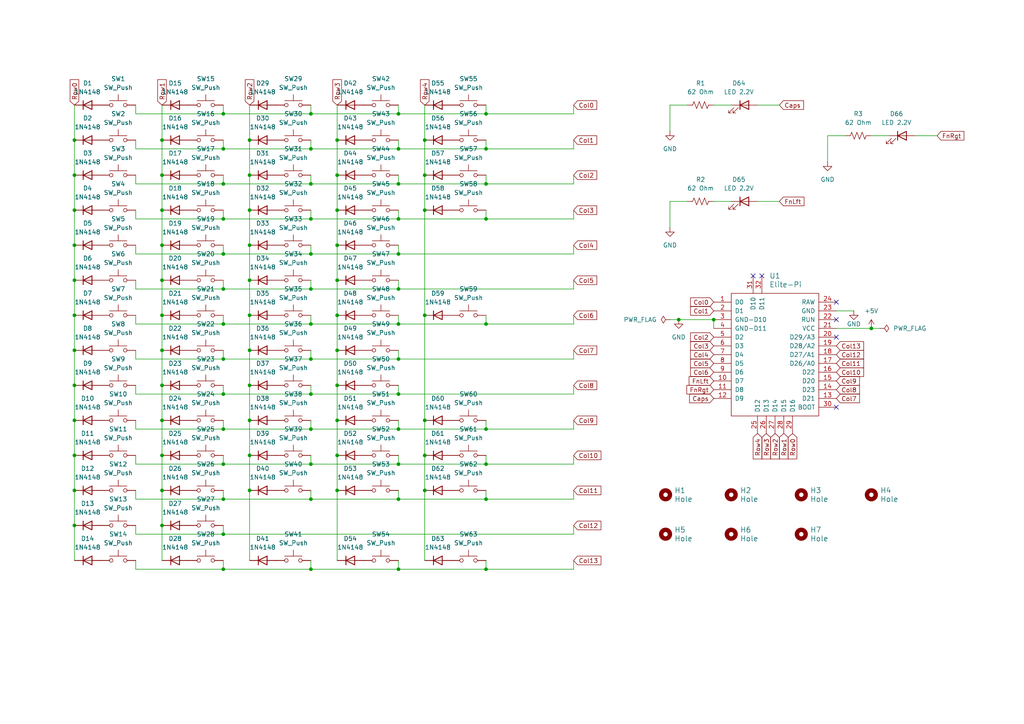
<source format=kicad_sch>
(kicad_sch (version 20250114) (generator "eeschema") (generator_version "9.0")
  (paper "A4")
  (title_block (title "Post-Mechanical 60 Percent Py") (date "2025-07-20") (rev "2") (company "Quixotic Keyboards, LLC") (comment 2 "Final for the new tight case and a future minimalist case") (comment 3 "Redux for Maple-Pi RP2040") (comment 4 "Add Caps Lock LED and Layer indicator LEDs"))
  (lib_symbols
    (symbol "Device:LED" (pin_numbers (hide yes)) (pin_names (offset 1.016) (hide yes))
      (property "Reference" "D" (at 0 2.54 0))
      (property "Value" "LED" (at 0 -2.54 0))
      (symbol "LED_1_1"
        (pin passive line (at -3.81 0 0) (length 2.54) (name "K") (number "1"))
        (pin passive line (at 3.81 0 180) (length 2.54) (name "A") (number "2"))
      )
    )
    (symbol "Device:R_US" (pin_numbers (hide yes)) (pin_names (offset 0))
      (property "Reference" "R" (at 2.54 0 90))
      (property "Value" "R_US" (at -2.54 0 90))
      (symbol "R_US_1_1"
        (pin passive line (at 0 3.81 270) (length 1.27) (name "~") (number "1"))
        (pin passive line (at 0 -3.81 90) (length 1.27) (name "~") (number "2"))
      )
    )
    (symbol "Dholydai:Elite-Pi" (pin_names (offset 1.016))
      (property "Reference" "U" (at 0 0 0))
      (property "Value" "Elite-Pi" (at -0.254 3.048 0))
      (symbol "Elite-Pi_1_1"
        (pin input line (at -17.78 13.97 0) (length 5.08) (name "D0") (number "1"))
        (pin input line (at -17.78 11.43 0) (length 5.08) (name "D1") (number "2"))
        (pin input line (at -17.78 8.89 0) (length 5.08) (name "GND-D10") (number "3"))
        (pin input line (at -17.78 6.35 0) (length 5.08) (name "GND-D11") (number "4"))
        (pin input line (at -17.78 3.81 0) (length 5.08) (name "D2") (number "5"))
        (pin input line (at -17.78 1.27 0) (length 5.08) (name "D3") (number "6"))
        (pin input line (at -17.78 -1.27 0) (length 5.08) (name "D4") (number "7"))
        (pin input line (at -17.78 -3.81 0) (length 5.08) (name "D5") (number "8"))
        (pin input line (at -17.78 -6.35 0) (length 5.08) (name "D6") (number "9"))
        (pin input line (at -17.78 -8.89 0) (length 5.08) (name "D7") (number "10"))
        (pin input line (at -17.78 -11.43 0) (length 5.08) (name "D8") (number "11"))
        (pin input line (at -17.78 -13.97 0) (length 5.08) (name "D9") (number "12"))
        (pin input line (at -6.35 21.59 270) (length 5.08) (name "D10") (number "31"))
        (pin input line (at -5.08 -24.13 90) (length 5.08) (name "D12") (number "25"))
        (pin input line (at -3.81 21.59 270) (length 5.08) (name "D11") (number "32"))
        (pin input line (at -2.54 -24.13 90) (length 5.08) (name "D13") (number "26"))
        (pin input line (at 0 -24.13 90) (length 5.08) (name "D14") (number "27"))
        (pin input line (at 2.54 -24.13 90) (length 5.08) (name "D15") (number "28"))
        (pin input line (at 5.08 -24.13 90) (length 5.08) (name "D16") (number "29"))
        (pin input line (at 17.78 13.97 180) (length 5.08) (name "RAW") (number "24"))
        (pin input line (at 17.78 11.43 180) (length 5.08) (name "GND") (number "23"))
        (pin input line (at 17.78 8.89 180) (length 5.08) (name "RUN") (number "22"))
        (pin input line (at 17.78 6.35 180) (length 5.08) (name "VCC") (number "21"))
        (pin input line (at 17.78 3.81 180) (length 5.08) (name "D29/A3") (number "20"))
        (pin input line (at 17.78 1.27 180) (length 5.08) (name "D28/A2") (number "19"))
        (pin input line (at 17.78 -1.27 180) (length 5.08) (name "D27/A1") (number "18"))
        (pin input line (at 17.78 -3.81 180) (length 5.08) (name "D26/A0") (number "17"))
        (pin input line (at 17.78 -6.35 180) (length 5.08) (name "D22") (number "16"))
        (pin input line (at 17.78 -8.89 180) (length 5.08) (name "D20") (number "15"))
        (pin input line (at 17.78 -11.43 180) (length 5.08) (name "D23") (number "14"))
        (pin input line (at 17.78 -13.97 180) (length 5.08) (name "D21") (number "13"))
        (pin input line (at 17.78 -16.51 180) (length 5.08) (name "BOOT") (number "30"))
      )
    )
    (symbol "Diode:1N4148" (pin_numbers (hide yes)) (pin_names (hide yes))
      (property "Reference" "D" (at 0 2.54 0))
      (property "Value" "1N4148" (at 0 -2.54 0))
      (symbol "1N4148_1_1"
        (pin passive line (at -3.81 0 0) (length 2.54) (name "K") (number "1"))
        (pin passive line (at 3.81 0 180) (length 2.54) (name "A") (number "2"))
      )
    )
    (symbol "Mechanical:MountingHole" (pin_names (offset 1.016)) (in_bom no)
      (property "Reference" "H" (at 0 5.08 0))
      (property "Value" "MountingHole" (at 0 3.175 0))
    )
    (symbol "Switch:SW_Push" (pin_numbers (hide yes)) (pin_names (offset 1.016) (hide yes))
      (property "Reference" "SW" (at 1.27 2.54 0))
      (property "Value" "SW_Push" (at 0 -1.524 0))
      (symbol "SW_Push_0_1"
        (pin passive line (at -5.08 0 0) (length 2.54) (name "1") (number "1"))
        (pin passive line (at 5.08 0 180) (length 2.54) (name "2") (number "2"))
      )
    )
    (symbol "power:+5V" (power) (pin_numbers (hide yes)) (pin_names (offset 0) (hide yes))
      (property "Value" "+5V" (at 0 3.556 0))
      (symbol "+5V_1_1"
        (pin power_in line (at 0 0 90) (length 0) (name "~") (number "1"))
      )
    )
    (symbol "power:GND" (power) (pin_numbers (hide yes)) (pin_names (offset 0) (hide yes))
      (property "Value" "GND" (at 0 -3.81 0))
      (symbol "GND_1_1"
        (pin power_in line (at 0 0 270) (length 0) (name "~") (number "1"))
      )
    )
    (symbol "power:PWR_FLAG" (power) (pin_numbers (hide yes)) (pin_names (offset 0) (hide yes))
      (property "Value" "PWR_FLAG" (at 0 3.81 0))
      (symbol "PWR_FLAG_0_0"
        (pin power_out line (at 0 0 90) (length 0) (name "~") (number "1"))
      )
    )
  )
  (junction (at 252.73 95.25))
  (junction (at 97.79 142.24))
  (junction (at 64.77 154.94))
  (junction (at 123.19 121.92))
  (junction (at 90.17 104.14))
  (junction (at 46.99 40.64))
  (junction (at 90.17 93.98))
  (junction (at 115.57 53.34))
  (junction (at 97.79 111.76))
  (junction (at 90.17 124.46))
  (junction (at 64.77 144.78))
  (junction (at 123.19 60.96))
  (junction (at 46.99 142.24))
  (junction (at 64.77 93.98))
  (junction (at 21.59 121.92))
  (junction (at 140.97 63.5))
  (junction (at 72.39 71.12))
  (junction (at 123.19 91.44))
  (junction (at 46.99 60.96))
  (junction (at 115.57 43.18))
  (junction (at 115.57 144.78))
  (junction (at 46.99 152.4))
  (junction (at 196.85 92.71))
  (junction (at 72.39 132.08))
  (junction (at 72.39 50.8))
  (junction (at 64.77 53.34))
  (junction (at 115.57 83.82))
  (junction (at 21.59 142.24))
  (junction (at 21.59 91.44))
  (junction (at 115.57 33.02))
  (junction (at 72.39 81.28))
  (junction (at 90.17 114.3))
  (junction (at 64.77 134.62))
  (junction (at 97.79 121.92))
  (junction (at 123.19 142.24))
  (junction (at 72.39 101.6))
  (junction (at 64.77 165.1))
  (junction (at 21.59 50.8))
  (junction (at 90.17 33.02))
  (junction (at 72.39 40.64))
  (junction (at 115.57 124.46))
  (junction (at 64.77 104.14))
  (junction (at 90.17 134.62))
  (junction (at 97.79 101.6))
  (junction (at 46.99 132.08))
  (junction (at 97.79 71.12))
  (junction (at 21.59 81.28))
  (junction (at 21.59 101.6))
  (junction (at 90.17 43.18))
  (junction (at 123.19 40.64))
  (junction (at 97.79 60.96))
  (junction (at 64.77 83.82))
  (junction (at 97.79 132.08))
  (junction (at 72.39 60.96))
  (junction (at 72.39 142.24))
  (junction (at 64.77 73.66))
  (junction (at 46.99 121.92))
  (junction (at 21.59 152.4))
  (junction (at 21.59 60.96))
  (junction (at 64.77 124.46))
  (junction (at 207.01 92.71))
  (junction (at 123.19 50.8))
  (junction (at 46.99 91.44))
  (junction (at 140.97 144.78))
  (junction (at 115.57 93.98))
  (junction (at 140.97 43.18))
  (junction (at 115.57 63.5))
  (junction (at 115.57 165.1))
  (junction (at 46.99 81.28))
  (junction (at 140.97 93.98))
  (junction (at 21.59 132.08))
  (junction (at 90.17 63.5))
  (junction (at 46.99 71.12))
  (junction (at 72.39 111.76))
  (junction (at 64.77 114.3))
  (junction (at 115.57 134.62))
  (junction (at 90.17 53.34))
  (junction (at 21.59 111.76))
  (junction (at 90.17 83.82))
  (junction (at 115.57 104.14))
  (junction (at 140.97 134.62))
  (junction (at 140.97 53.34))
  (junction (at 97.79 91.44))
  (junction (at 140.97 165.1))
  (junction (at 64.77 33.02))
  (junction (at 90.17 73.66))
  (junction (at 64.77 43.18))
  (junction (at 46.99 111.76))
  (junction (at 140.97 33.02))
  (junction (at 97.79 81.28))
  (junction (at 46.99 50.8))
  (junction (at 97.79 40.64))
  (junction (at 64.77 63.5))
  (junction (at 21.59 71.12))
  (junction (at 21.59 40.64))
  (junction (at 115.57 73.66))
  (junction (at 46.99 101.6))
  (junction (at 115.57 114.3))
  (junction (at 90.17 165.1))
  (junction (at 72.39 121.92))
  (junction (at 90.17 144.78))
  (junction (at 72.39 91.44))
  (junction (at 123.19 132.08))
  (junction (at 97.79 50.8))
  (junction (at 140.97 124.46))
  (no_connect (at 218.44 80.01))
  (no_connect (at 242.57 92.71))
  (no_connect (at 242.57 97.79))
  (no_connect (at 220.98 80.01))
  (no_connect (at 242.57 87.63))
  (no_connect (at 242.57 118.11))
  (wire (pts (xy 64.77 93.98) (xy 90.17 93.98)))
  (wire (pts (xy 21.59 81.28) (xy 21.59 91.44)))
  (wire (pts (xy 90.17 81.28) (xy 90.17 83.82)))
  (wire (pts (xy 39.37 73.66) (xy 64.77 73.66)))
  (wire (pts (xy 207.01 58.42) (xy 212.09 58.42)))
  (wire (pts (xy 90.17 83.82) (xy 115.57 83.82)))
  (wire (pts (xy 115.57 104.14) (xy 166.37 104.14)))
  (wire (pts (xy 140.97 60.96) (xy 140.97 63.5)))
  (wire (pts (xy 90.17 91.44) (xy 90.17 93.98)))
  (wire (pts (xy 72.39 81.28) (xy 72.39 91.44)))
  (wire (pts (xy 46.99 111.76) (xy 46.99 121.92)))
  (wire (pts (xy 64.77 73.66) (xy 90.17 73.66)))
  (wire (pts (xy 140.97 33.02) (xy 166.37 33.02)))
  (wire (pts (xy 90.17 73.66) (xy 115.57 73.66)))
  (wire (pts (xy 97.79 30.48) (xy 97.79 40.64)))
  (wire (pts (xy 21.59 142.24) (xy 21.59 152.4)))
  (wire (pts (xy 39.37 154.94) (xy 64.77 154.94)))
  (wire (pts (xy 140.97 165.1) (xy 166.37 165.1)))
  (wire (pts (xy 64.77 53.34) (xy 90.17 53.34)))
  (wire (pts (xy 166.37 111.76) (xy 166.37 114.3)))
  (wire (pts (xy 39.37 53.34) (xy 64.77 53.34)))
  (wire (pts (xy 21.59 71.12) (xy 21.59 81.28)))
  (wire (pts (xy 64.77 91.44) (xy 64.77 93.98)))
  (wire (pts (xy 72.39 101.6) (xy 72.39 111.76)))
  (wire (pts (xy 21.59 101.6) (xy 21.59 111.76)))
  (wire (pts (xy 39.37 81.28) (xy 39.37 83.82)))
  (wire (pts (xy 64.77 81.28) (xy 64.77 83.82)))
  (wire (pts (xy 115.57 132.08) (xy 115.57 134.62)))
  (wire (pts (xy 39.37 165.1) (xy 64.77 165.1)))
  (wire (pts (xy 207.01 92.71) (xy 207.01 95.25)))
  (wire (pts (xy 115.57 134.62) (xy 140.97 134.62)))
  (wire (pts (xy 90.17 124.46) (xy 115.57 124.46)))
  (wire (pts (xy 166.37 162.56) (xy 166.37 165.1)))
  (wire (pts (xy 46.99 50.8) (xy 46.99 60.96)))
  (wire (pts (xy 39.37 152.4) (xy 39.37 154.94)))
  (wire (pts (xy 46.99 142.24) (xy 46.99 152.4)))
  (wire (pts (xy 72.39 111.76) (xy 72.39 121.92)))
  (wire (pts (xy 166.37 142.24) (xy 166.37 144.78)))
  (wire (pts (xy 140.97 93.98) (xy 166.37 93.98)))
  (wire (pts (xy 64.77 165.1) (xy 90.17 165.1)))
  (wire (pts (xy 46.99 81.28) (xy 46.99 91.44)))
  (wire (pts (xy 21.59 30.48) (xy 21.59 40.64)))
  (wire (pts (xy 21.59 60.96) (xy 21.59 71.12)))
  (wire (pts (xy 115.57 165.1) (xy 140.97 165.1)))
  (wire (pts (xy 39.37 40.64) (xy 39.37 43.18)))
  (wire (pts (xy 90.17 53.34) (xy 115.57 53.34)))
  (wire (pts (xy 90.17 101.6) (xy 90.17 104.14)))
  (wire (pts (xy 90.17 121.92) (xy 90.17 124.46)))
  (wire (pts (xy 64.77 63.5) (xy 90.17 63.5)))
  (wire (pts (xy 166.37 101.6) (xy 166.37 104.14)))
  (wire (pts (xy 140.97 30.48) (xy 140.97 33.02)))
  (wire (pts (xy 72.39 142.24) (xy 72.39 162.56)))
  (wire (pts (xy 90.17 104.14) (xy 115.57 104.14)))
  (wire (pts (xy 166.37 30.48) (xy 166.37 33.02)))
  (wire (pts (xy 64.77 40.64) (xy 64.77 43.18)))
  (wire (pts (xy 115.57 33.02) (xy 140.97 33.02)))
  (wire (pts (xy 46.99 60.96) (xy 46.99 71.12)))
  (wire (pts (xy 21.59 50.8) (xy 21.59 60.96)))
  (wire (pts (xy 115.57 142.24) (xy 115.57 144.78)))
  (wire (pts (xy 39.37 104.14) (xy 64.77 104.14)))
  (wire (pts (xy 140.97 53.34) (xy 166.37 53.34)))
  (wire (pts (xy 115.57 40.64) (xy 115.57 43.18)))
  (wire (pts (xy 39.37 93.98) (xy 64.77 93.98)))
  (wire (pts (xy 194.31 58.42) (xy 199.39 58.42)))
  (wire (pts (xy 64.77 111.76) (xy 64.77 114.3)))
  (wire (pts (xy 46.99 40.64) (xy 46.99 50.8)))
  (wire (pts (xy 123.19 121.92) (xy 123.19 132.08)))
  (wire (pts (xy 39.37 111.76) (xy 39.37 114.3)))
  (wire (pts (xy 46.99 30.48) (xy 46.99 40.64)))
  (wire (pts (xy 97.79 132.08) (xy 97.79 142.24)))
  (wire (pts (xy 64.77 60.96) (xy 64.77 63.5)))
  (wire (pts (xy 72.39 132.08) (xy 72.39 142.24)))
  (wire (pts (xy 226.06 58.42) (xy 219.71 58.42)))
  (wire (pts (xy 140.97 121.92) (xy 140.97 124.46)))
  (wire (pts (xy 115.57 91.44) (xy 115.57 93.98)))
  (wire (pts (xy 64.77 142.24) (xy 64.77 144.78)))
  (wire (pts (xy 115.57 63.5) (xy 140.97 63.5)))
  (wire (pts (xy 194.31 58.42) (xy 194.31 66.04)))
  (wire (pts (xy 123.19 132.08) (xy 123.19 142.24)))
  (wire (pts (xy 242.57 95.25) (xy 252.73 95.25)))
  (wire (pts (xy 64.77 162.56) (xy 64.77 165.1)))
  (wire (pts (xy 140.97 91.44) (xy 140.97 93.98)))
  (wire (pts (xy 64.77 83.82) (xy 90.17 83.82)))
  (wire (pts (xy 123.19 40.64) (xy 123.19 50.8)))
  (wire (pts (xy 46.99 91.44) (xy 46.99 101.6)))
  (wire (pts (xy 123.19 60.96) (xy 123.19 91.44)))
  (wire (pts (xy 194.31 92.71) (xy 196.85 92.71)))
  (wire (pts (xy 90.17 30.48) (xy 90.17 33.02)))
  (wire (pts (xy 90.17 71.12) (xy 90.17 73.66)))
  (wire (pts (xy 39.37 142.24) (xy 39.37 144.78)))
  (wire (pts (xy 39.37 33.02) (xy 64.77 33.02)))
  (wire (pts (xy 166.37 71.12) (xy 166.37 73.66)))
  (wire (pts (xy 97.79 40.64) (xy 97.79 50.8)))
  (wire (pts (xy 207.01 30.48) (xy 212.09 30.48)))
  (wire (pts (xy 115.57 114.3) (xy 166.37 114.3)))
  (wire (pts (xy 115.57 124.46) (xy 140.97 124.46)))
  (wire (pts (xy 90.17 43.18) (xy 115.57 43.18)))
  (wire (pts (xy 64.77 121.92) (xy 64.77 124.46)))
  (wire (pts (xy 140.97 40.64) (xy 140.97 43.18)))
  (wire (pts (xy 39.37 83.82) (xy 64.77 83.82)))
  (wire (pts (xy 123.19 30.48) (xy 123.19 40.64)))
  (wire (pts (xy 255.27 95.25) (xy 252.73 95.25)))
  (wire (pts (xy 166.37 40.64) (xy 166.37 43.18)))
  (wire (pts (xy 140.97 134.62) (xy 166.37 134.62)))
  (wire (pts (xy 21.59 40.64) (xy 21.59 50.8)))
  (wire (pts (xy 72.39 91.44) (xy 72.39 101.6)))
  (wire (pts (xy 90.17 162.56) (xy 90.17 165.1)))
  (wire (pts (xy 115.57 60.96) (xy 115.57 63.5)))
  (wire (pts (xy 39.37 124.46) (xy 64.77 124.46)))
  (wire (pts (xy 72.39 121.92) (xy 72.39 132.08)))
  (wire (pts (xy 123.19 142.24) (xy 123.19 162.56)))
  (wire (pts (xy 39.37 144.78) (xy 64.77 144.78)))
  (wire (pts (xy 39.37 101.6) (xy 39.37 104.14)))
  (wire (pts (xy 72.39 60.96) (xy 72.39 71.12)))
  (wire (pts (xy 64.77 124.46) (xy 90.17 124.46)))
  (wire (pts (xy 64.77 71.12) (xy 64.77 73.66)))
  (wire (pts (xy 90.17 142.24) (xy 90.17 144.78)))
  (wire (pts (xy 166.37 50.8) (xy 166.37 53.34)))
  (wire (pts (xy 21.59 132.08) (xy 21.59 142.24)))
  (wire (pts (xy 21.59 121.92) (xy 21.59 132.08)))
  (wire (pts (xy 115.57 83.82) (xy 166.37 83.82)))
  (wire (pts (xy 64.77 30.48) (xy 64.77 33.02)))
  (wire (pts (xy 97.79 71.12) (xy 97.79 81.28)))
  (wire (pts (xy 64.77 104.14) (xy 90.17 104.14)))
  (wire (pts (xy 64.77 101.6) (xy 64.77 104.14)))
  (wire (pts (xy 39.37 30.48) (xy 39.37 33.02)))
  (wire (pts (xy 64.77 33.02) (xy 90.17 33.02)))
  (wire (pts (xy 64.77 154.94) (xy 166.37 154.94)))
  (wire (pts (xy 39.37 162.56) (xy 39.37 165.1)))
  (wire (pts (xy 97.79 101.6) (xy 97.79 111.76)))
  (wire (pts (xy 90.17 144.78) (xy 115.57 144.78)))
  (wire (pts (xy 72.39 30.48) (xy 72.39 40.64)))
  (wire (pts (xy 115.57 50.8) (xy 115.57 53.34)))
  (wire (pts (xy 90.17 132.08) (xy 90.17 134.62)))
  (wire (pts (xy 46.99 132.08) (xy 46.99 142.24)))
  (wire (pts (xy 140.97 142.24) (xy 140.97 144.78)))
  (wire (pts (xy 64.77 152.4) (xy 64.77 154.94)))
  (wire (pts (xy 140.97 43.18) (xy 166.37 43.18)))
  (wire (pts (xy 46.99 152.4) (xy 46.99 162.56)))
  (wire (pts (xy 166.37 81.28) (xy 166.37 83.82)))
  (wire (pts (xy 64.77 43.18) (xy 90.17 43.18)))
  (wire (pts (xy 97.79 121.92) (xy 97.79 132.08)))
  (wire (pts (xy 252.73 39.37) (xy 257.81 39.37)))
  (wire (pts (xy 64.77 144.78) (xy 90.17 144.78)))
  (wire (pts (xy 39.37 63.5) (xy 64.77 63.5)))
  (wire (pts (xy 39.37 114.3) (xy 64.77 114.3)))
  (wire (pts (xy 64.77 50.8) (xy 64.77 53.34)))
  (wire (pts (xy 64.77 132.08) (xy 64.77 134.62)))
  (wire (pts (xy 115.57 81.28) (xy 115.57 83.82)))
  (wire (pts (xy 271.78 39.37) (xy 265.43 39.37)))
  (wire (pts (xy 166.37 91.44) (xy 166.37 93.98)))
  (wire (pts (xy 115.57 73.66) (xy 166.37 73.66)))
  (wire (pts (xy 140.97 132.08) (xy 140.97 134.62)))
  (wire (pts (xy 90.17 33.02) (xy 115.57 33.02)))
  (wire (pts (xy 72.39 40.64) (xy 72.39 50.8)))
  (wire (pts (xy 90.17 63.5) (xy 115.57 63.5)))
  (wire (pts (xy 123.19 91.44) (xy 123.19 121.92)))
  (wire (pts (xy 123.19 50.8) (xy 123.19 60.96)))
  (wire (pts (xy 97.79 81.28) (xy 97.79 91.44)))
  (wire (pts (xy 115.57 101.6) (xy 115.57 104.14)))
  (wire (pts (xy 39.37 71.12) (xy 39.37 73.66)))
  (wire (pts (xy 97.79 91.44) (xy 97.79 101.6)))
  (wire (pts (xy 194.31 30.48) (xy 199.39 30.48)))
  (wire (pts (xy 39.37 134.62) (xy 64.77 134.62)))
  (wire (pts (xy 97.79 60.96) (xy 97.79 71.12)))
  (wire (pts (xy 90.17 111.76) (xy 90.17 114.3)))
  (wire (pts (xy 39.37 91.44) (xy 39.37 93.98)))
  (wire (pts (xy 115.57 53.34) (xy 140.97 53.34)))
  (wire (pts (xy 97.79 142.24) (xy 97.79 162.56)))
  (wire (pts (xy 64.77 134.62) (xy 90.17 134.62)))
  (wire (pts (xy 90.17 60.96) (xy 90.17 63.5)))
  (wire (pts (xy 115.57 111.76) (xy 115.57 114.3)))
  (wire (pts (xy 39.37 121.92) (xy 39.37 124.46)))
  (wire (pts (xy 115.57 30.48) (xy 115.57 33.02)))
  (wire (pts (xy 46.99 71.12) (xy 46.99 81.28)))
  (wire (pts (xy 115.57 144.78) (xy 140.97 144.78)))
  (wire (pts (xy 242.57 90.17) (xy 247.65 90.17)))
  (wire (pts (xy 166.37 121.92) (xy 166.37 124.46)))
  (wire (pts (xy 97.79 111.76) (xy 97.79 121.92)))
  (wire (pts (xy 46.99 101.6) (xy 46.99 111.76)))
  (wire (pts (xy 21.59 91.44) (xy 21.59 101.6)))
  (wire (pts (xy 194.31 30.48) (xy 194.31 38.1)))
  (wire (pts (xy 90.17 50.8) (xy 90.17 53.34)))
  (wire (pts (xy 140.97 124.46) (xy 166.37 124.46)))
  (wire (pts (xy 166.37 132.08) (xy 166.37 134.62)))
  (wire (pts (xy 90.17 134.62) (xy 115.57 134.62)))
  (wire (pts (xy 46.99 121.92) (xy 46.99 132.08)))
  (wire (pts (xy 240.03 39.37) (xy 240.03 46.99)))
  (wire (pts (xy 115.57 43.18) (xy 140.97 43.18)))
  (wire (pts (xy 240.03 39.37) (xy 245.11 39.37)))
  (wire (pts (xy 115.57 93.98) (xy 140.97 93.98)))
  (wire (pts (xy 166.37 60.96) (xy 166.37 63.5)))
  (wire (pts (xy 166.37 152.4) (xy 166.37 154.94)))
  (wire (pts (xy 72.39 71.12) (xy 72.39 81.28)))
  (wire (pts (xy 90.17 114.3) (xy 115.57 114.3)))
  (wire (pts (xy 97.79 50.8) (xy 97.79 60.96)))
  (wire (pts (xy 90.17 40.64) (xy 90.17 43.18)))
  (wire (pts (xy 64.77 114.3) (xy 90.17 114.3)))
  (wire (pts (xy 39.37 132.08) (xy 39.37 134.62)))
  (wire (pts (xy 90.17 93.98) (xy 115.57 93.98)))
  (wire (pts (xy 115.57 71.12) (xy 115.57 73.66)))
  (wire (pts (xy 226.06 30.48) (xy 219.71 30.48)))
  (wire (pts (xy 21.59 111.76) (xy 21.59 121.92)))
  (wire (pts (xy 115.57 121.92) (xy 115.57 124.46)))
  (wire (pts (xy 72.39 50.8) (xy 72.39 60.96)))
  (wire (pts (xy 39.37 43.18) (xy 64.77 43.18)))
  (wire (pts (xy 115.57 162.56) (xy 115.57 165.1)))
  (wire (pts (xy 90.17 165.1) (xy 115.57 165.1)))
  (wire (pts (xy 39.37 50.8) (xy 39.37 53.34)))
  (wire (pts (xy 140.97 162.56) (xy 140.97 165.1)))
  (wire (pts (xy 140.97 63.5) (xy 166.37 63.5)))
  (wire (pts (xy 39.37 60.96) (xy 39.37 63.5)))
  (wire (pts (xy 140.97 144.78) (xy 166.37 144.78)))
  (wire (pts (xy 140.97 50.8) (xy 140.97 53.34)))
  (wire (pts (xy 21.59 152.4) (xy 21.59 162.56)))
  (wire (pts (xy 196.85 92.71) (xy 207.01 92.71)))
  (global_label "Row0" (shape input) (at 21.59 30.48 90) (property "Intersheetrefs" "${INTERSHEET_REFS}" (effects (hide yes))))
  (global_label "Col3" (shape input) (at 207.01 100.33 180) (property "Intersheetrefs" "${INTERSHEET_REFS}" (effects (hide yes))))
  (global_label "FnLft" (shape input) (at 207.01 110.49 180) (property "Intersheetrefs" "${INTERSHEET_REFS}" (effects (hide yes))))
  (global_label "Col7" (shape input) (at 166.37 101.6 0) (property "Intersheetrefs" "${INTERSHEET_REFS}" (effects (hide yes))))
  (global_label "Col12" (shape input) (at 242.57 102.87 0) (property "Intersheetrefs" "${INTERSHEET_REFS}" (effects (hide yes))))
  (global_label "Row4" (shape input) (at 123.19 30.48 90) (property "Intersheetrefs" "${INTERSHEET_REFS}" (effects (hide yes))))
  (global_label "Col12" (shape input) (at 166.37 152.4 0) (property "Intersheetrefs" "${INTERSHEET_REFS}" (effects (hide yes))))
  (global_label "Row3" (shape input) (at 97.79 30.48 90) (property "Intersheetrefs" "${INTERSHEET_REFS}" (effects (hide yes))))
  (global_label "Col4" (shape input) (at 166.37 71.12 0) (property "Intersheetrefs" "${INTERSHEET_REFS}" (effects (hide yes))))
  (global_label "Col9" (shape input) (at 166.37 121.92 0) (property "Intersheetrefs" "${INTERSHEET_REFS}" (effects (hide yes))))
  (global_label "Row2" (shape input) (at 224.79 125.73 270) (property "Intersheetrefs" "${INTERSHEET_REFS}" (effects (hide yes))))
  (global_label "Col4" (shape input) (at 207.01 102.87 180) (property "Intersheetrefs" "${INTERSHEET_REFS}" (effects (hide yes))))
  (global_label "Row4" (shape input) (at 219.71 125.73 270) (property "Intersheetrefs" "${INTERSHEET_REFS}" (effects (hide yes))))
  (global_label "Col3" (shape input) (at 166.37 60.96 0) (property "Intersheetrefs" "${INTERSHEET_REFS}" (effects (hide yes))))
  (global_label "Col1" (shape input) (at 166.37 40.64 0) (property "Intersheetrefs" "${INTERSHEET_REFS}" (effects (hide yes))))
  (global_label "Caps" (shape input) (at 207.01 115.57 180) (property "Intersheetrefs" "${INTERSHEET_REFS}" (effects (hide yes))))
  (global_label "FnLft" (shape input) (at 226.06 58.42 0) (property "Intersheetrefs" "${INTERSHEET_REFS}" (effects (hide yes))))
  (global_label "Col2" (shape input) (at 207.01 97.79 180) (property "Intersheetrefs" "${INTERSHEET_REFS}" (effects (hide yes))))
  (global_label "Col10" (shape input) (at 166.37 132.08 0) (property "Intersheetrefs" "${INTERSHEET_REFS}" (effects (hide yes))))
  (global_label "Row0" (shape input) (at 229.87 125.73 270) (property "Intersheetrefs" "${INTERSHEET_REFS}" (effects (hide yes))))
  (global_label "Col5" (shape input) (at 207.01 105.41 180) (property "Intersheetrefs" "${INTERSHEET_REFS}" (effects (hide yes))))
  (global_label "Col0" (shape input) (at 166.37 30.48 0) (property "Intersheetrefs" "${INTERSHEET_REFS}" (effects (hide yes))))
  (global_label "Col0" (shape input) (at 207.01 87.63 180) (property "Intersheetrefs" "${INTERSHEET_REFS}" (effects (hide yes))))
  (global_label "Col1" (shape input) (at 207.01 90.17 180) (property "Intersheetrefs" "${INTERSHEET_REFS}" (effects (hide yes))))
  (global_label "Row1" (shape input) (at 46.99 30.48 90) (property "Intersheetrefs" "${INTERSHEET_REFS}" (effects (hide yes))))
  (global_label "Col5" (shape input) (at 166.37 81.28 0) (property "Intersheetrefs" "${INTERSHEET_REFS}" (effects (hide yes))))
  (global_label "Row2" (shape input) (at 72.39 30.48 90) (property "Intersheetrefs" "${INTERSHEET_REFS}" (effects (hide yes))))
  (global_label "Col8" (shape input) (at 242.57 113.03 0) (property "Intersheetrefs" "${INTERSHEET_REFS}" (effects (hide yes))))
  (global_label "Col11" (shape input) (at 242.57 105.41 0) (property "Intersheetrefs" "${INTERSHEET_REFS}" (effects (hide yes))))
  (global_label "FnRgt" (shape input) (at 207.01 113.03 180) (property "Intersheetrefs" "${INTERSHEET_REFS}" (effects (hide yes))))
  (global_label "Caps" (shape input) (at 226.06 30.48 0) (property "Intersheetrefs" "${INTERSHEET_REFS}" (effects (hide yes))))
  (global_label "Row1" (shape input) (at 227.33 125.73 270) (property "Intersheetrefs" "${INTERSHEET_REFS}" (effects (hide yes))))
  (global_label "Col10" (shape input) (at 242.57 107.95 0) (property "Intersheetrefs" "${INTERSHEET_REFS}" (effects (hide yes))))
  (global_label "Col9" (shape input) (at 242.57 110.49 0) (property "Intersheetrefs" "${INTERSHEET_REFS}" (effects (hide yes))))
  (global_label "FnRgt" (shape input) (at 271.78 39.37 0) (property "Intersheetrefs" "${INTERSHEET_REFS}" (effects (hide yes))))
  (global_label "Col11" (shape input) (at 166.37 142.24 0) (property "Intersheetrefs" "${INTERSHEET_REFS}" (effects (hide yes))))
  (global_label "Col13" (shape input) (at 242.57 100.33 0) (property "Intersheetrefs" "${INTERSHEET_REFS}" (effects (hide yes))))
  (global_label "Row3" (shape input) (at 222.25 125.73 270) (property "Intersheetrefs" "${INTERSHEET_REFS}" (effects (hide yes))))
  (global_label "Col8" (shape input) (at 166.37 111.76 0) (property "Intersheetrefs" "${INTERSHEET_REFS}" (effects (hide yes))))
  (global_label "Col6" (shape input) (at 166.37 91.44 0) (property "Intersheetrefs" "${INTERSHEET_REFS}" (effects (hide yes))))
  (global_label "Col6" (shape input) (at 207.01 107.95 180) (property "Intersheetrefs" "${INTERSHEET_REFS}" (effects (hide yes))))
  (global_label "Col7" (shape input) (at 242.57 115.57 0) (property "Intersheetrefs" "${INTERSHEET_REFS}" (effects (hide yes))))
  (global_label "Col13" (shape input) (at 166.37 162.56 0) (property "Intersheetrefs" "${INTERSHEET_REFS}" (effects (hide yes))))
  (global_label "Col2" (shape input) (at 166.37 50.8 0) (property "Intersheetrefs" "${INTERSHEET_REFS}" (effects (hide yes))))
  (symbol (lib_id "Switch:SW_Push") (at 59.69 40.64 0) (unit 1)
    (property "Reference" "SW16" (at 59.69 33.02 0))
    (property "Value" "SW_Push" (at 59.69 35.56 0))
    (property "Footprint" "Button_Switch_Keyboard:SW_Cherry_MX_1.00u_PCB" (effects (hide yes)))
    (property "Description" "Push button switch, generic, two pins" (effects (hide yes)))
  )
  (symbol (lib_id "Switch:SW_Push") (at 85.09 50.8 0) (unit 1)
    (property "Reference" "SW31" (at 85.09 43.18 0))
    (property "Value" "SW_Push" (at 85.09 45.72 0))
    (property "Footprint" "Button_Switch_Keyboard:SW_Cherry_MX_1.00u_PCB" (effects (hide yes)))
    (property "Description" "Push button switch, generic, two pins" (effects (hide yes)))
  )
  (symbol (lib_id "Diode:1N4148") (at 76.2 60.96 0) (unit 1)
    (property "Reference" "D32" (at 76.2 54.61 0))
    (property "Value" "1N4148" (at 76.2 57.15 0))
    (property "Footprint" "Diode_THT:D_DO-35_SOD27_P7.62mm_Horizontal" (effects (hide yes)))
    (property "Datasheet" "https://assets.nexperia.com/documents/data-sheet/1N4148_1N4448.pdf" (effects (hide yes)))
    (property "Description" "100V 0.15A standard switching diode, DO-35" (effects (hide yes)))
    (property "Sim.Device" "D" (effects (hide yes)))
    (property "Sim.Pins" "1=K 2=A" (effects (hide yes)))
  )
  (symbol (lib_id "Diode:1N4148") (at 101.6 30.48 0) (unit 1)
    (property "Reference" "D42" (at 101.6 24.13 0))
    (property "Value" "1N4148" (at 101.6 26.67 0))
    (property "Footprint" "Diode_THT:D_DO-35_SOD27_P7.62mm_Horizontal" (effects (hide yes)))
    (property "Datasheet" "https://assets.nexperia.com/documents/data-sheet/1N4148_1N4448.pdf" (effects (hide yes)))
    (property "Description" "100V 0.15A standard switching diode, DO-35" (effects (hide yes)))
    (property "Sim.Device" "D" (effects (hide yes)))
    (property "Sim.Pins" "1=K 2=A" (effects (hide yes)))
  )
  (symbol (lib_id "Diode:1N4148") (at 50.8 111.76 0) (unit 1)
    (property "Reference" "D23" (at 50.8 105.41 0))
    (property "Value" "1N4148" (at 50.8 107.95 0))
    (property "Footprint" "Diode_THT:D_DO-35_SOD27_P7.62mm_Horizontal" (effects (hide yes)))
    (property "Datasheet" "https://assets.nexperia.com/documents/data-sheet/1N4148_1N4448.pdf" (effects (hide yes)))
    (property "Description" "100V 0.15A standard switching diode, DO-35" (effects (hide yes)))
    (property "Sim.Device" "D" (effects (hide yes)))
    (property "Sim.Pins" "1=K 2=A" (effects (hide yes)))
  )
  (symbol (lib_id "Device:LED") (at 261.62 39.37 0) (unit 1)
    (property "Reference" "D66" (at 260.0325 33.02 0))
    (property "Value" "LED 2.2V" (at 260.0325 35.56 0))
    (property "Footprint" "Dholydai-Parts:SW_Ch_MX_LED_Template" (effects (hide yes)))
    (property "Description" "Light emitting diode" (effects (hide yes)))
    (property "Sim.Pins" "1=K 2=A" (effects (hide yes)))
  )
  (symbol (lib_id "Switch:SW_Push") (at 110.49 111.76 0) (unit 1)
    (property "Reference" "SW50" (at 110.49 104.14 0))
    (property "Value" "SW_Push" (at 110.49 106.68 0))
    (property "Footprint" "Button_Switch_Keyboard:SW_Cherry_MX_1.00u_PCB" (effects (hide yes)))
    (property "Description" "Push button switch, generic, two pins" (effects (hide yes)))
  )
  (symbol (lib_id "power:GND") (at 196.85 92.71 0) (unit 1)
    (property "Reference" "#PWR01" (effects (hide yes)))
    (property "Value" "GND" (at 196.85 97.79 0))
    (property "Description" "Power symbol creates a global label with name \"GND\" , ground" (effects (hide yes)))
  )
  (symbol (lib_id "power:GND") (at 240.03 46.99 0) (unit 1)
    (property "Reference" "#PWR06" (effects (hide yes)))
    (property "Value" "GND" (at 240.03 52.07 0))
    (property "Description" "Power symbol creates a global label with name \"GND\" , ground" (effects (hide yes)))
  )
  (symbol (lib_id "Diode:1N4148") (at 50.8 50.8 0) (unit 1)
    (property "Reference" "D17" (at 50.8 44.45 0))
    (property "Value" "1N4148" (at 50.8 46.99 0))
    (property "Footprint" "Diode_THT:D_DO-35_SOD27_P7.62mm_Horizontal" (effects (hide yes)))
    (property "Datasheet" "https://assets.nexperia.com/documents/data-sheet/1N4148_1N4448.pdf" (effects (hide yes)))
    (property "Description" "100V 0.15A standard switching diode, DO-35" (effects (hide yes)))
    (property "Sim.Device" "D" (effects (hide yes)))
    (property "Sim.Pins" "1=K 2=A" (effects (hide yes)))
  )
  (symbol (lib_id "Switch:SW_Push") (at 110.49 91.44 0) (unit 1)
    (property "Reference" "SW48" (at 110.49 83.82 0))
    (property "Value" "SW_Push" (at 110.49 86.36 0))
    (property "Footprint" "Dholydai-Parts:SW_Ch_Inv_MX_2.00u_PCB" (effects (hide yes)))
    (property "Description" "Push button switch, generic, two pins" (effects (hide yes)))
  )
  (symbol (lib_id "Diode:1N4148") (at 50.8 121.92 0) (unit 1)
    (property "Reference" "D24" (at 50.8 115.57 0))
    (property "Value" "1N4148" (at 50.8 118.11 0))
    (property "Footprint" "Diode_THT:D_DO-35_SOD27_P7.62mm_Horizontal" (effects (hide yes)))
    (property "Datasheet" "https://assets.nexperia.com/documents/data-sheet/1N4148_1N4448.pdf" (effects (hide yes)))
    (property "Description" "100V 0.15A standard switching diode, DO-35" (effects (hide yes)))
    (property "Sim.Device" "D" (effects (hide yes)))
    (property "Sim.Pins" "1=K 2=A" (effects (hide yes)))
  )
  (symbol (lib_id "Diode:1N4148") (at 76.2 50.8 0) (unit 1)
    (property "Reference" "D31" (at 76.2 44.45 0))
    (property "Value" "1N4148" (at 76.2 46.99 0))
    (property "Footprint" "Diode_THT:D_DO-35_SOD27_P7.62mm_Horizontal" (effects (hide yes)))
    (property "Datasheet" "https://assets.nexperia.com/documents/data-sheet/1N4148_1N4448.pdf" (effects (hide yes)))
    (property "Description" "100V 0.15A standard switching diode, DO-35" (effects (hide yes)))
    (property "Sim.Device" "D" (effects (hide yes)))
    (property "Sim.Pins" "1=K 2=A" (effects (hide yes)))
  )
  (symbol (lib_id "Switch:SW_Push") (at 34.29 152.4 0) (unit 1)
    (property "Reference" "SW13" (at 34.29 144.78 0))
    (property "Value" "SW_Push" (at 34.29 147.32 0))
    (property "Footprint" "Button_Switch_Keyboard:SW_Cherry_MX_1.00u_PCB" (effects (hide yes)))
    (property "Description" "Push button switch, generic, two pins" (effects (hide yes)))
  )
  (symbol (lib_id "Device:LED") (at 215.9 58.42 0) (unit 1)
    (property "Reference" "D65" (at 214.3125 52.07 0))
    (property "Value" "LED 2.2V" (at 214.3125 54.61 0))
    (property "Footprint" "Dholydai-Parts:SW_Ch_MX_LED_Template" (effects (hide yes)))
    (property "Description" "Light emitting diode" (effects (hide yes)))
    (property "Sim.Pins" "1=K 2=A" (effects (hide yes)))
  )
  (symbol (lib_id "Switch:SW_Push") (at 110.49 162.56 0) (unit 1)
    (property "Reference" "SW54" (at 110.49 154.94 0))
    (property "Value" "SW_Push" (at 110.49 157.48 0))
    (property "Footprint" "Button_Switch_Keyboard:SW_Cherry_MX_1.50u_PCB" (effects (hide yes)))
    (property "Description" "Push button switch, generic, two pins" (effects (hide yes)))
  )
  (symbol (lib_id "Switch:SW_Push") (at 34.29 50.8 0) (unit 1)
    (property "Reference" "SW3" (at 34.29 43.18 0))
    (property "Value" "SW_Push" (at 34.29 45.72 0))
    (property "Footprint" "Button_Switch_Keyboard:SW_Cherry_MX_1.00u_PCB" (effects (hide yes)))
    (property "Description" "Push button switch, generic, two pins" (effects (hide yes)))
  )
  (symbol (lib_id "Switch:SW_Push") (at 85.09 111.76 0) (unit 1)
    (property "Reference" "SW37" (at 85.09 104.14 0))
    (property "Value" "SW_Push" (at 85.09 106.68 0))
    (property "Footprint" "Button_Switch_Keyboard:SW_Cherry_MX_1.00u_PCB" (effects (hide yes)))
    (property "Description" "Push button switch, generic, two pins" (effects (hide yes)))
  )
  (symbol (lib_id "Switch:SW_Push") (at 85.09 40.64 0) (unit 1)
    (property "Reference" "SW30" (at 85.09 33.02 0))
    (property "Value" "SW_Push" (at 85.09 35.56 0))
    (property "Footprint" "Button_Switch_Keyboard:SW_Cherry_MX_1.00u_PCB" (effects (hide yes)))
    (property "Description" "Push button switch, generic, two pins" (effects (hide yes)))
  )
  (symbol (lib_id "Diode:1N4148") (at 25.4 40.64 0) (unit 1)
    (property "Reference" "D2" (at 25.4 34.29 0))
    (property "Value" "1N4148" (at 25.4 36.83 0))
    (property "Footprint" "Diode_THT:D_DO-35_SOD27_P7.62mm_Horizontal" (effects (hide yes)))
    (property "Datasheet" "https://assets.nexperia.com/documents/data-sheet/1N4148_1N4448.pdf" (effects (hide yes)))
    (property "Description" "100V 0.15A standard switching diode, DO-35" (effects (hide yes)))
    (property "Sim.Device" "D" (effects (hide yes)))
    (property "Sim.Pins" "1=K 2=A" (effects (hide yes)))
  )
  (symbol (lib_id "Switch:SW_Push") (at 135.89 30.48 0) (unit 1)
    (property "Reference" "SW55" (at 135.89 22.86 0))
    (property "Value" "SW_Push" (at 135.89 25.4 0))
    (property "Footprint" "Button_Switch_Keyboard:SW_Cherry_MX_1.25u_PCB" (effects (hide yes)))
    (property "Description" "Push button switch, generic, two pins" (effects (hide yes)))
  )
  (symbol (lib_id "Diode:1N4148") (at 50.8 91.44 0) (unit 1)
    (property "Reference" "D21" (at 50.8 85.09 0))
    (property "Value" "1N4148" (at 50.8 87.63 0))
    (property "Footprint" "Diode_THT:D_DO-35_SOD27_P7.62mm_Horizontal" (effects (hide yes)))
    (property "Datasheet" "https://assets.nexperia.com/documents/data-sheet/1N4148_1N4448.pdf" (effects (hide yes)))
    (property "Description" "100V 0.15A standard switching diode, DO-35" (effects (hide yes)))
    (property "Sim.Device" "D" (effects (hide yes)))
    (property "Sim.Pins" "1=K 2=A" (effects (hide yes)))
  )
  (symbol (lib_id "Switch:SW_Push") (at 135.89 91.44 0) (unit 1)
    (property "Reference" "SW59" (at 135.89 83.82 0))
    (property "Value" "SW_Push" (at 135.89 86.36 0))
    (property "Footprint" "Dholydai-Parts:SW_Ch_Inv_MX_6.00u_PCB_Stagger" (effects (hide yes)))
    (property "Description" "Push button switch, generic, two pins" (effects (hide yes)))
  )
  (symbol (lib_id "Switch:SW_Push") (at 110.49 101.6 0) (unit 1)
    (property "Reference" "SW49" (at 110.49 93.98 0))
    (property "Value" "SW_Push" (at 110.49 96.52 0))
    (property "Footprint" "Button_Switch_Keyboard:SW_Cherry_MX_1.00u_PCB" (effects (hide yes)))
    (property "Description" "Push button switch, generic, two pins" (effects (hide yes)))
  )
  (symbol (lib_id "Diode:1N4148") (at 76.2 71.12 0) (unit 1)
    (property "Reference" "D33" (at 76.2 64.77 0))
    (property "Value" "1N4148" (at 76.2 67.31 0))
    (property "Footprint" "Diode_THT:D_DO-35_SOD27_P7.62mm_Horizontal" (effects (hide yes)))
    (property "Datasheet" "https://assets.nexperia.com/documents/data-sheet/1N4148_1N4448.pdf" (effects (hide yes)))
    (property "Description" "100V 0.15A standard switching diode, DO-35" (effects (hide yes)))
    (property "Sim.Device" "D" (effects (hide yes)))
    (property "Sim.Pins" "1=K 2=A" (effects (hide yes)))
  )
  (symbol (lib_id "Diode:1N4148") (at 127 50.8 0) (unit 1)
    (property "Reference" "D57" (at 127 44.45 0))
    (property "Value" "1N4148" (at 127 46.99 0))
    (property "Footprint" "Diode_THT:D_DO-35_SOD27_P7.62mm_Horizontal" (effects (hide yes)))
    (property "Datasheet" "https://assets.nexperia.com/documents/data-sheet/1N4148_1N4448.pdf" (effects (hide yes)))
    (property "Description" "100V 0.15A standard switching diode, DO-35" (effects (hide yes)))
    (property "Sim.Device" "D" (effects (hide yes)))
    (property "Sim.Pins" "1=K 2=A" (effects (hide yes)))
  )
  (symbol (lib_id "Switch:SW_Push") (at 34.29 142.24 0) (unit 1)
    (property "Reference" "SW12" (at 34.29 134.62 0))
    (property "Value" "SW_Push" (at 34.29 137.16 0))
    (property "Footprint" "Button_Switch_Keyboard:SW_Cherry_MX_1.00u_PCB" (effects (hide yes)))
    (property "Description" "Push button switch, generic, two pins" (effects (hide yes)))
  )
  (symbol (lib_id "Diode:1N4148") (at 101.6 142.24 0) (unit 1)
    (property "Reference" "D53" (at 101.6 135.89 0))
    (property "Value" "1N4148" (at 101.6 138.43 0))
    (property "Footprint" "Diode_THT:D_DO-35_SOD27_P7.62mm_Horizontal" (effects (hide yes)))
    (property "Datasheet" "https://assets.nexperia.com/documents/data-sheet/1N4148_1N4448.pdf" (effects (hide yes)))
    (property "Description" "100V 0.15A standard switching diode, DO-35" (effects (hide yes)))
    (property "Sim.Device" "D" (effects (hide yes)))
    (property "Sim.Pins" "1=K 2=A" (effects (hide yes)))
  )
  (symbol (lib_id "Switch:SW_Push") (at 85.09 162.56 0) (unit 1)
    (property "Reference" "SW41" (at 85.09 154.94 0))
    (property "Value" "SW_Push" (at 85.09 157.48 0))
    (property "Footprint" "Dholydai-Parts:SW_Cherry_MX_1.8333u_PCB" (effects (hide yes)))
    (property "Description" "Push button switch, generic, two pins" (effects (hide yes)))
  )
  (symbol (lib_id "Diode:1N4148") (at 50.8 81.28 0) (unit 1)
    (property "Reference" "D20" (at 50.8 74.93 0))
    (property "Value" "1N4148" (at 50.8 77.47 0))
    (property "Footprint" "Diode_THT:D_DO-35_SOD27_P7.62mm_Horizontal" (effects (hide yes)))
    (property "Datasheet" "https://assets.nexperia.com/documents/data-sheet/1N4148_1N4448.pdf" (effects (hide yes)))
    (property "Description" "100V 0.15A standard switching diode, DO-35" (effects (hide yes)))
    (property "Sim.Device" "D" (effects (hide yes)))
    (property "Sim.Pins" "1=K 2=A" (effects (hide yes)))
  )
  (symbol (lib_id "Diode:1N4148") (at 101.6 91.44 0) (unit 1)
    (property "Reference" "D48" (at 101.6 85.09 0))
    (property "Value" "1N4148" (at 101.6 87.63 0))
    (property "Footprint" "Diode_THT:D_DO-35_SOD27_P7.62mm_Horizontal" (effects (hide yes)))
    (property "Datasheet" "https://assets.nexperia.com/documents/data-sheet/1N4148_1N4448.pdf" (effects (hide yes)))
    (property "Description" "100V 0.15A standard switching diode, DO-35" (effects (hide yes)))
    (property "Sim.Device" "D" (effects (hide yes)))
    (property "Sim.Pins" "1=K 2=A" (effects (hide yes)))
  )
  (symbol (lib_id "Diode:1N4148") (at 127 162.56 0) (unit 1)
    (property "Reference" "D63" (at 127 156.21 0))
    (property "Value" "1N4148" (at 127 158.75 0))
    (property "Footprint" "Diode_THT:D_DO-35_SOD27_P7.62mm_Horizontal" (effects (hide yes)))
    (property "Datasheet" "https://assets.nexperia.com/documents/data-sheet/1N4148_1N4448.pdf" (effects (hide yes)))
    (property "Description" "100V 0.15A standard switching diode, DO-35" (effects (hide yes)))
    (property "Sim.Device" "D" (effects (hide yes)))
    (property "Sim.Pins" "1=K 2=A" (effects (hide yes)))
  )
  (symbol (lib_id "Switch:SW_Push") (at 34.29 132.08 0) (unit 1)
    (property "Reference" "SW11" (at 34.29 124.46 0))
    (property "Value" "SW_Push" (at 34.29 127 0))
    (property "Footprint" "Button_Switch_Keyboard:SW_Cherry_MX_1.00u_PCB" (effects (hide yes)))
    (property "Description" "Push button switch, generic, two pins" (effects (hide yes)))
  )
  (symbol (lib_id "Diode:1N4148") (at 25.4 71.12 0) (unit 1)
    (property "Reference" "D5" (at 25.4 64.77 0))
    (property "Value" "1N4148" (at 25.4 67.31 0))
    (property "Footprint" "Diode_THT:D_DO-35_SOD27_P7.62mm_Horizontal" (effects (hide yes)))
    (property "Datasheet" "https://assets.nexperia.com/documents/data-sheet/1N4148_1N4448.pdf" (effects (hide yes)))
    (property "Description" "100V 0.15A standard switching diode, DO-35" (effects (hide yes)))
    (property "Sim.Device" "D" (effects (hide yes)))
    (property "Sim.Pins" "1=K 2=A" (effects (hide yes)))
  )
  (symbol (lib_id "Diode:1N4148") (at 76.2 132.08 0) (unit 1)
    (property "Reference" "D39" (at 76.2 125.73 0))
    (property "Value" "1N4148" (at 76.2 128.27 0))
    (property "Footprint" "Diode_THT:D_DO-35_SOD27_P7.62mm_Horizontal" (effects (hide yes)))
    (property "Datasheet" "https://assets.nexperia.com/documents/data-sheet/1N4148_1N4448.pdf" (effects (hide yes)))
    (property "Description" "100V 0.15A standard switching diode, DO-35" (effects (hide yes)))
    (property "Sim.Device" "D" (effects (hide yes)))
    (property "Sim.Pins" "1=K 2=A" (effects (hide yes)))
  )
  (symbol (lib_id "Mechanical:MountingHole") (at 212.09 143.51 0) (unit 1) (in_bom no)
    (property "Reference" "H2" (at 214.63 142.2399 0) (effects (font (size 1.524 1.524)) (justify left)))
    (property "Value" "Hole" (at 214.63 144.7799 0) (effects (font (size 1.524 1.524)) (justify left)))
    (property "Footprint" "MountingHole:MountingHole_3.2mm_M3_Pad" (effects (hide yes)))
    (property "Description" "Mounting Hole without connection" (effects (hide yes)))
  )
  (symbol (lib_id "Switch:SW_Push") (at 59.69 121.92 0) (unit 1)
    (property "Reference" "SW24" (at 59.69 114.3 0))
    (property "Value" "SW_Push" (at 59.69 116.84 0))
    (property "Footprint" "Button_Switch_Keyboard:SW_Cherry_MX_1.00u_PCB" (effects (hide yes)))
    (property "Description" "Push button switch, generic, two pins" (effects (hide yes)))
  )
  (symbol (lib_id "Switch:SW_Push") (at 34.29 91.44 0) (unit 1)
    (property "Reference" "SW7" (at 34.29 83.82 0))
    (property "Value" "SW_Push" (at 34.29 86.36 0))
    (property "Footprint" "Button_Switch_Keyboard:SW_Cherry_MX_1.00u_PCB" (effects (hide yes)))
    (property "Description" "Push button switch, generic, two pins" (effects (hide yes)))
  )
  (symbol (lib_id "Switch:SW_Push") (at 59.69 81.28 0) (unit 1)
    (property "Reference" "SW20" (at 59.69 73.66 0))
    (property "Value" "SW_Push" (at 59.69 76.2 0))
    (property "Footprint" "Button_Switch_Keyboard:SW_Cherry_MX_1.00u_PCB" (effects (hide yes)))
    (property "Description" "Push button switch, generic, two pins" (effects (hide yes)))
  )
  (symbol (lib_id "Switch:SW_Push") (at 135.89 142.24 0) (unit 1)
    (property "Reference" "SW62" (at 135.89 134.62 0))
    (property "Value" "SW_Push" (at 135.89 137.16 0))
    (property "Footprint" "Button_Switch_Keyboard:SW_Cherry_MX_1.00u_PCB" (effects (hide yes)))
    (property "Description" "Push button switch, generic, two pins" (effects (hide yes)))
  )
  (symbol (lib_id "power:PWR_FLAG") (at 255.27 95.25 270) (unit 1)
    (property "Reference" "#FLG02" (effects (hide yes)))
    (property "Value" "PWR_FLAG" (at 259.08 95.2499 90) (effects (justify left)))
    (property "Description" "Special symbol for telling ERC where power comes from" (effects (hide yes)))
  )
  (symbol (lib_id "Switch:SW_Push") (at 110.49 60.96 0) (unit 1)
    (property "Reference" "SW45" (at 110.49 53.34 0))
    (property "Value" "SW_Push" (at 110.49 55.88 0))
    (property "Footprint" "Button_Switch_Keyboard:SW_Cherry_MX_1.00u_PCB" (effects (hide yes)))
    (property "Description" "Push button switch, generic, two pins" (effects (hide yes)))
  )
  (symbol (lib_id "Diode:1N4148") (at 101.6 121.92 0) (unit 1)
    (property "Reference" "D51" (at 101.6 115.57 0))
    (property "Value" "1N4148" (at 101.6 118.11 0))
    (property "Footprint" "Diode_THT:D_DO-35_SOD27_P7.62mm_Horizontal" (effects (hide yes)))
    (property "Datasheet" "https://assets.nexperia.com/documents/data-sheet/1N4148_1N4448.pdf" (effects (hide yes)))
    (property "Description" "100V 0.15A standard switching diode, DO-35" (effects (hide yes)))
    (property "Sim.Device" "D" (effects (hide yes)))
    (property "Sim.Pins" "1=K 2=A" (effects (hide yes)))
  )
  (symbol (lib_id "Diode:1N4148") (at 101.6 162.56 0) (unit 1)
    (property "Reference" "D54" (at 101.6 156.21 0))
    (property "Value" "1N4148" (at 101.6 158.75 0))
    (property "Footprint" "Diode_THT:D_DO-35_SOD27_P7.62mm_Horizontal" (effects (hide yes)))
    (property "Datasheet" "https://assets.nexperia.com/documents/data-sheet/1N4148_1N4448.pdf" (effects (hide yes)))
    (property "Description" "100V 0.15A standard switching diode, DO-35" (effects (hide yes)))
    (property "Sim.Device" "D" (effects (hide yes)))
    (property "Sim.Pins" "1=K 2=A" (effects (hide yes)))
  )
  (symbol (lib_id "Diode:1N4148") (at 127 30.48 0) (unit 1)
    (property "Reference" "D55" (at 127 24.13 0))
    (property "Value" "1N4148" (at 127 26.67 0))
    (property "Footprint" "Diode_THT:D_DO-35_SOD27_P7.62mm_Horizontal" (effects (hide yes)))
    (property "Datasheet" "https://assets.nexperia.com/documents/data-sheet/1N4148_1N4448.pdf" (effects (hide yes)))
    (property "Description" "100V 0.15A standard switching diode, DO-35" (effects (hide yes)))
    (property "Sim.Device" "D" (effects (hide yes)))
    (property "Sim.Pins" "1=K 2=A" (effects (hide yes)))
  )
  (symbol (lib_id "Switch:SW_Push") (at 135.89 132.08 0) (unit 1)
    (property "Reference" "SW61" (at 135.89 124.46 0))
    (property "Value" "SW_Push" (at 135.89 127 0))
    (property "Footprint" "Button_Switch_Keyboard:SW_Cherry_MX_1.00u_PCB" (effects (hide yes)))
    (property "Description" "Push button switch, generic, two pins" (effects (hide yes)))
  )
  (symbol (lib_id "Switch:SW_Push") (at 85.09 142.24 0) (unit 1)
    (property "Reference" "SW40" (at 85.09 134.62 0))
    (property "Value" "SW_Push" (at 85.09 137.16 0))
    (property "Footprint" "Button_Switch_Keyboard:SW_Cherry_MX_1.00u_PCB" (effects (hide yes)))
    (property "Description" "Push button switch, generic, two pins" (effects (hide yes)))
  )
  (symbol (lib_id "Switch:SW_Push") (at 59.69 30.48 0) (unit 1)
    (property "Reference" "SW15" (at 59.69 22.86 0))
    (property "Value" "SW_Push" (at 59.69 25.4 0))
    (property "Footprint" "Dholydai-Parts:SW_Cherry_MX_1.1666u_PCB" (effects (hide yes)))
    (property "Description" "Push button switch, generic, two pins" (effects (hide yes)))
  )
  (symbol (lib_id "Switch:SW_Push") (at 110.49 132.08 0) (unit 1)
    (property "Reference" "SW52" (at 110.49 124.46 0))
    (property "Value" "SW_Push" (at 110.49 127 0))
    (property "Footprint" "Button_Switch_Keyboard:SW_Cherry_MX_1.00u_PCB" (effects (hide yes)))
    (property "Description" "Push button switch, generic, two pins" (effects (hide yes)))
  )
  (symbol (lib_id "Switch:SW_Push") (at 85.09 132.08 0) (unit 1)
    (property "Reference" "SW39" (at 85.09 124.46 0))
    (property "Value" "SW_Push" (at 85.09 127 0))
    (property "Footprint" "Button_Switch_Keyboard:SW_Cherry_MX_1.00u_PCB" (effects (hide yes)))
    (property "Description" "Push button switch, generic, two pins" (effects (hide yes)))
  )
  (symbol (lib_id "Diode:1N4148") (at 101.6 81.28 0) (unit 1)
    (property "Reference" "D47" (at 101.6 74.93 0))
    (property "Value" "1N4148" (at 101.6 77.47 0))
    (property "Footprint" "Diode_THT:D_DO-35_SOD27_P7.62mm_Horizontal" (effects (hide yes)))
    (property "Datasheet" "https://assets.nexperia.com/documents/data-sheet/1N4148_1N4448.pdf" (effects (hide yes)))
    (property "Description" "100V 0.15A standard switching diode, DO-35" (effects (hide yes)))
    (property "Sim.Device" "D" (effects (hide yes)))
    (property "Sim.Pins" "1=K 2=A" (effects (hide yes)))
  )
  (symbol (lib_id "Switch:SW_Push") (at 110.49 142.24 0) (unit 1)
    (property "Reference" "SW53" (at 110.49 134.62 0))
    (property "Value" "SW_Push" (at 110.49 137.16 0))
    (property "Footprint" "Button_Switch_Keyboard:SW_Cherry_MX_1.00u_PCB" (effects (hide yes)))
    (property "Description" "Push button switch, generic, two pins" (effects (hide yes)))
  )
  (symbol (lib_id "Switch:SW_Push") (at 59.69 142.24 0) (unit 1)
    (property "Reference" "SW26" (at 59.69 134.62 0))
    (property "Value" "SW_Push" (at 59.69 137.16 0))
    (property "Footprint" "Button_Switch_Keyboard:SW_Cherry_MX_1.00u_PCB" (effects (hide yes)))
    (property "Description" "Push button switch, generic, two pins" (effects (hide yes)))
  )
  (symbol (lib_id "power:PWR_FLAG") (at 194.31 92.71 90) (unit 1)
    (property "Reference" "#FLG01" (effects (hide yes)))
    (property "Value" "PWR_FLAG" (at 190.5 92.7099 90) (effects (justify left)))
    (property "Description" "Special symbol for telling ERC where power comes from" (effects (hide yes)))
  )
  (symbol (lib_id "Diode:1N4148") (at 101.6 40.64 0) (unit 1)
    (property "Reference" "D43" (at 101.6 34.29 0))
    (property "Value" "1N4148" (at 101.6 36.83 0))
    (property "Footprint" "Diode_THT:D_DO-35_SOD27_P7.62mm_Horizontal" (effects (hide yes)))
    (property "Datasheet" "https://assets.nexperia.com/documents/data-sheet/1N4148_1N4448.pdf" (effects (hide yes)))
    (property "Description" "100V 0.15A standard switching diode, DO-35" (effects (hide yes)))
    (property "Sim.Device" "D" (effects (hide yes)))
    (property "Sim.Pins" "1=K 2=A" (effects (hide yes)))
  )
  (symbol (lib_id "Diode:1N4148") (at 101.6 60.96 0) (unit 1)
    (property "Reference" "D45" (at 101.6 54.61 0))
    (property "Value" "1N4148" (at 101.6 57.15 0))
    (property "Footprint" "Diode_THT:D_DO-35_SOD27_P7.62mm_Horizontal" (effects (hide yes)))
    (property "Datasheet" "https://assets.nexperia.com/documents/data-sheet/1N4148_1N4448.pdf" (effects (hide yes)))
    (property "Description" "100V 0.15A standard switching diode, DO-35" (effects (hide yes)))
    (property "Sim.Device" "D" (effects (hide yes)))
    (property "Sim.Pins" "1=K 2=A" (effects (hide yes)))
  )
  (symbol (lib_id "Diode:1N4148") (at 101.6 71.12 0) (unit 1)
    (property "Reference" "D46" (at 101.6 64.77 0))
    (property "Value" "1N4148" (at 101.6 67.31 0))
    (property "Footprint" "Diode_THT:D_DO-35_SOD27_P7.62mm_Horizontal" (effects (hide yes)))
    (property "Datasheet" "https://assets.nexperia.com/documents/data-sheet/1N4148_1N4448.pdf" (effects (hide yes)))
    (property "Description" "100V 0.15A standard switching diode, DO-35" (effects (hide yes)))
    (property "Sim.Device" "D" (effects (hide yes)))
    (property "Sim.Pins" "1=K 2=A" (effects (hide yes)))
  )
  (symbol (lib_id "Diode:1N4148") (at 76.2 111.76 0) (unit 1)
    (property "Reference" "D37" (at 76.2 105.41 0))
    (property "Value" "1N4148" (at 76.2 107.95 0))
    (property "Footprint" "Diode_THT:D_DO-35_SOD27_P7.62mm_Horizontal" (effects (hide yes)))
    (property "Datasheet" "https://assets.nexperia.com/documents/data-sheet/1N4148_1N4448.pdf" (effects (hide yes)))
    (property "Description" "100V 0.15A standard switching diode, DO-35" (effects (hide yes)))
    (property "Sim.Device" "D" (effects (hide yes)))
    (property "Sim.Pins" "1=K 2=A" (effects (hide yes)))
  )
  (symbol (lib_id "Mechanical:MountingHole") (at 232.41 154.94 0) (unit 1) (in_bom no)
    (property "Reference" "H7" (at 234.95 153.6699 0) (effects (font (size 1.524 1.524)) (justify left)))
    (property "Value" "Hole" (at 234.95 156.2099 0) (effects (font (size 1.524 1.524)) (justify left)))
    (property "Footprint" "MountingHole:MountingHole_3.2mm_M3_Pad" (effects (hide yes)))
    (property "Description" "Mounting Hole without connection" (effects (hide yes)))
  )
  (symbol (lib_id "Diode:1N4148") (at 76.2 101.6 0) (unit 1)
    (property "Reference" "D36" (at 76.2 95.25 0))
    (property "Value" "1N4148" (at 76.2 97.79 0))
    (property "Footprint" "Diode_THT:D_DO-35_SOD27_P7.62mm_Horizontal" (effects (hide yes)))
    (property "Datasheet" "https://assets.nexperia.com/documents/data-sheet/1N4148_1N4448.pdf" (effects (hide yes)))
    (property "Description" "100V 0.15A standard switching diode, DO-35" (effects (hide yes)))
    (property "Sim.Device" "D" (effects (hide yes)))
    (property "Sim.Pins" "1=K 2=A" (effects (hide yes)))
  )
  (symbol (lib_id "Switch:SW_Push") (at 110.49 50.8 0) (unit 1)
    (property "Reference" "SW44" (at 110.49 43.18 0))
    (property "Value" "SW_Push" (at 110.49 45.72 0))
    (property "Footprint" "Button_Switch_Keyboard:SW_Cherry_MX_1.00u_PCB" (effects (hide yes)))
    (property "Description" "Push button switch, generic, two pins" (effects (hide yes)))
  )
  (symbol (lib_id "Device:R_US") (at 203.2 58.42 90) (unit 1)
    (property "Reference" "R2" (at 203.2 52.07 90))
    (property "Value" "62 Ohm" (at 203.2 54.61 90))
    (property "Footprint" "Resistor_THT:R_Axial_DIN0207_L6.3mm_D2.5mm_P10.16mm_Horizontal" (effects (hide yes)))
    (property "Description" "Resistor, US symbol" (effects (hide yes)))
  )
  (symbol (lib_id "Diode:1N4148") (at 50.8 40.64 0) (unit 1)
    (property "Reference" "D16" (at 50.8 34.29 0))
    (property "Value" "1N4148" (at 50.8 36.83 0))
    (property "Footprint" "Diode_THT:D_DO-35_SOD27_P7.62mm_Horizontal" (effects (hide yes)))
    (property "Datasheet" "https://assets.nexperia.com/documents/data-sheet/1N4148_1N4448.pdf" (effects (hide yes)))
    (property "Description" "100V 0.15A standard switching diode, DO-35" (effects (hide yes)))
    (property "Sim.Device" "D" (effects (hide yes)))
    (property "Sim.Pins" "1=K 2=A" (effects (hide yes)))
  )
  (symbol (lib_id "Diode:1N4148") (at 50.8 101.6 0) (unit 1)
    (property "Reference" "D22" (at 50.8 95.25 0))
    (property "Value" "1N4148" (at 50.8 97.79 0))
    (property "Footprint" "Diode_THT:D_DO-35_SOD27_P7.62mm_Horizontal" (effects (hide yes)))
    (property "Datasheet" "https://assets.nexperia.com/documents/data-sheet/1N4148_1N4448.pdf" (effects (hide yes)))
    (property "Description" "100V 0.15A standard switching diode, DO-35" (effects (hide yes)))
    (property "Sim.Device" "D" (effects (hide yes)))
    (property "Sim.Pins" "1=K 2=A" (effects (hide yes)))
  )
  (symbol (lib_id "Switch:SW_Push") (at 59.69 162.56 0) (unit 1)
    (property "Reference" "SW28" (at 59.69 154.94 0))
    (property "Value" "SW_Push" (at 59.69 157.48 0))
    (property "Footprint" "Dholydai-Parts:SW_Cherry_MX_1.1666u_PCB" (effects (hide yes)))
    (property "Description" "Push button switch, generic, two pins" (effects (hide yes)))
  )
  (symbol (lib_id "Diode:1N4148") (at 76.2 40.64 0) (unit 1)
    (property "Reference" "D30" (at 76.2 34.29 0))
    (property "Value" "1N4148" (at 76.2 36.83 0))
    (property "Footprint" "Diode_THT:D_DO-35_SOD27_P7.62mm_Horizontal" (effects (hide yes)))
    (property "Datasheet" "https://assets.nexperia.com/documents/data-sheet/1N4148_1N4448.pdf" (effects (hide yes)))
    (property "Description" "100V 0.15A standard switching diode, DO-35" (effects (hide yes)))
    (property "Sim.Device" "D" (effects (hide yes)))
    (property "Sim.Pins" "1=K 2=A" (effects (hide yes)))
  )
  (symbol (lib_id "Diode:1N4148") (at 76.2 91.44 0) (unit 1)
    (property "Reference" "D35" (at 76.2 85.09 0))
    (property "Value" "1N4148" (at 76.2 87.63 0))
    (property "Footprint" "Diode_THT:D_DO-35_SOD27_P7.62mm_Horizontal" (effects (hide yes)))
    (property "Datasheet" "https://assets.nexperia.com/documents/data-sheet/1N4148_1N4448.pdf" (effects (hide yes)))
    (property "Description" "100V 0.15A standard switching diode, DO-35" (effects (hide yes)))
    (property "Sim.Device" "D" (effects (hide yes)))
    (property "Sim.Pins" "1=K 2=A" (effects (hide yes)))
  )
  (symbol (lib_id "Diode:1N4148") (at 127 40.64 0) (unit 1)
    (property "Reference" "D56" (at 127 34.29 0))
    (property "Value" "1N4148" (at 127 36.83 0))
    (property "Footprint" "Diode_THT:D_DO-35_SOD27_P7.62mm_Horizontal" (effects (hide yes)))
    (property "Datasheet" "https://assets.nexperia.com/documents/data-sheet/1N4148_1N4448.pdf" (effects (hide yes)))
    (property "Description" "100V 0.15A standard switching diode, DO-35" (effects (hide yes)))
    (property "Sim.Device" "D" (effects (hide yes)))
    (property "Sim.Pins" "1=K 2=A" (effects (hide yes)))
  )
  (symbol (lib_id "Switch:SW_Push") (at 85.09 121.92 0) (unit 1)
    (property "Reference" "SW38" (at 85.09 114.3 0))
    (property "Value" "SW_Push" (at 85.09 116.84 0))
    (property "Footprint" "Button_Switch_Keyboard:SW_Cherry_MX_1.00u_PCB" (effects (hide yes)))
    (property "Description" "Push button switch, generic, two pins" (effects (hide yes)))
  )
  (symbol (lib_id "Diode:1N4148") (at 127 132.08 0) (unit 1)
    (property "Reference" "D61" (at 127 125.73 0))
    (property "Value" "1N4148" (at 127 128.27 0))
    (property "Footprint" "Diode_THT:D_DO-35_SOD27_P7.62mm_Horizontal" (effects (hide yes)))
    (property "Datasheet" "https://assets.nexperia.com/documents/data-sheet/1N4148_1N4448.pdf" (effects (hide yes)))
    (property "Description" "100V 0.15A standard switching diode, DO-35" (effects (hide yes)))
    (property "Sim.Device" "D" (effects (hide yes)))
    (property "Sim.Pins" "1=K 2=A" (effects (hide yes)))
  )
  (symbol (lib_id "Diode:1N4148") (at 101.6 50.8 0) (unit 1)
    (property "Reference" "D44" (at 101.6 44.45 0))
    (property "Value" "1N4148" (at 101.6 46.99 0))
    (property "Footprint" "Diode_THT:D_DO-35_SOD27_P7.62mm_Horizontal" (effects (hide yes)))
    (property "Datasheet" "https://assets.nexperia.com/documents/data-sheet/1N4148_1N4448.pdf" (effects (hide yes)))
    (property "Description" "100V 0.15A standard switching diode, DO-35" (effects (hide yes)))
    (property "Sim.Device" "D" (effects (hide yes)))
    (property "Sim.Pins" "1=K 2=A" (effects (hide yes)))
  )
  (symbol (lib_id "Mechanical:MountingHole") (at 232.41 143.51 0) (unit 1) (in_bom no)
    (property "Reference" "H3" (at 234.95 142.2399 0) (effects (font (size 1.524 1.524)) (justify left)))
    (property "Value" "Hole" (at 234.95 144.7799 0) (effects (font (size 1.524 1.524)) (justify left)))
    (property "Footprint" "MountingHole:MountingHole_3.2mm_M3_Pad" (effects (hide yes)))
    (property "Description" "Mounting Hole without connection" (effects (hide yes)))
  )
  (symbol (lib_id "Diode:1N4148") (at 101.6 111.76 0) (unit 1)
    (property "Reference" "D50" (at 101.6 105.41 0))
    (property "Value" "1N4148" (at 101.6 107.95 0))
    (property "Footprint" "Diode_THT:D_DO-35_SOD27_P7.62mm_Horizontal" (effects (hide yes)))
    (property "Datasheet" "https://assets.nexperia.com/documents/data-sheet/1N4148_1N4448.pdf" (effects (hide yes)))
    (property "Description" "100V 0.15A standard switching diode, DO-35" (effects (hide yes)))
    (property "Sim.Device" "D" (effects (hide yes)))
    (property "Sim.Pins" "1=K 2=A" (effects (hide yes)))
  )
  (symbol (lib_id "Switch:SW_Push") (at 34.29 71.12 0) (unit 1)
    (property "Reference" "SW5" (at 34.29 63.5 0))
    (property "Value" "SW_Push" (at 34.29 66.04 0))
    (property "Footprint" "Button_Switch_Keyboard:SW_Cherry_MX_1.00u_PCB" (effects (hide yes)))
    (property "Description" "Push button switch, generic, two pins" (effects (hide yes)))
  )
  (symbol (lib_id "Switch:SW_Push") (at 59.69 71.12 0) (unit 1)
    (property "Reference" "SW19" (at 59.69 63.5 0))
    (property "Value" "SW_Push" (at 59.69 66.04 0))
    (property "Footprint" "Button_Switch_Keyboard:SW_Cherry_MX_1.00u_PCB" (effects (hide yes)))
    (property "Description" "Push button switch, generic, two pins" (effects (hide yes)))
  )
  (symbol (lib_id "Diode:1N4148") (at 25.4 30.48 0) (unit 1)
    (property "Reference" "D1" (at 25.4 24.13 0))
    (property "Value" "1N4148" (at 25.4 26.67 0))
    (property "Footprint" "Diode_THT:D_DO-35_SOD27_P7.62mm_Horizontal" (effects (hide yes)))
    (property "Datasheet" "https://assets.nexperia.com/documents/data-sheet/1N4148_1N4448.pdf" (effects (hide yes)))
    (property "Description" "100V 0.15A standard switching diode, DO-35" (effects (hide yes)))
    (property "Sim.Device" "D" (effects (hide yes)))
    (property "Sim.Pins" "1=K 2=A" (effects (hide yes)))
  )
  (symbol (lib_id "Diode:1N4148") (at 50.8 132.08 0) (unit 1)
    (property "Reference" "D25" (at 50.8 125.73 0))
    (property "Value" "1N4148" (at 50.8 128.27 0))
    (property "Footprint" "Diode_THT:D_DO-35_SOD27_P7.62mm_Horizontal" (effects (hide yes)))
    (property "Datasheet" "https://assets.nexperia.com/documents/data-sheet/1N4148_1N4448.pdf" (effects (hide yes)))
    (property "Description" "100V 0.15A standard switching diode, DO-35" (effects (hide yes)))
    (property "Sim.Device" "D" (effects (hide yes)))
    (property "Sim.Pins" "1=K 2=A" (effects (hide yes)))
  )
  (symbol (lib_id "Diode:1N4148") (at 50.8 30.48 0) (unit 1)
    (property "Reference" "D15" (at 50.8 24.13 0))
    (property "Value" "1N4148" (at 50.8 26.67 0))
    (property "Footprint" "Diode_THT:D_DO-35_SOD27_P7.62mm_Horizontal" (effects (hide yes)))
    (property "Datasheet" "https://assets.nexperia.com/documents/data-sheet/1N4148_1N4448.pdf" (effects (hide yes)))
    (property "Description" "100V 0.15A standard switching diode, DO-35" (effects (hide yes)))
    (property "Sim.Device" "D" (effects (hide yes)))
    (property "Sim.Pins" "1=K 2=A" (effects (hide yes)))
  )
  (symbol (lib_id "Diode:1N4148") (at 76.2 162.56 0) (unit 1)
    (property "Reference" "D41" (at 76.2 156.21 0))
    (property "Value" "1N4148" (at 76.2 158.75 0))
    (property "Footprint" "Diode_THT:D_DO-35_SOD27_P7.62mm_Horizontal" (effects (hide yes)))
    (property "Datasheet" "https://assets.nexperia.com/documents/data-sheet/1N4148_1N4448.pdf" (effects (hide yes)))
    (property "Description" "100V 0.15A standard switching diode, DO-35" (effects (hide yes)))
    (property "Sim.Device" "D" (effects (hide yes)))
    (property "Sim.Pins" "1=K 2=A" (effects (hide yes)))
  )
  (symbol (lib_id "Diode:1N4148") (at 25.4 50.8 0) (unit 1)
    (property "Reference" "D3" (at 25.4 44.45 0))
    (property "Value" "1N4148" (at 25.4 46.99 0))
    (property "Footprint" "Diode_THT:D_DO-35_SOD27_P7.62mm_Horizontal" (effects (hide yes)))
    (property "Datasheet" "https://assets.nexperia.com/documents/data-sheet/1N4148_1N4448.pdf" (effects (hide yes)))
    (property "Description" "100V 0.15A standard switching diode, DO-35" (effects (hide yes)))
    (property "Sim.Device" "D" (effects (hide yes)))
    (property "Sim.Pins" "1=K 2=A" (effects (hide yes)))
  )
  (symbol (lib_id "Diode:1N4148") (at 25.4 121.92 0) (unit 1)
    (property "Reference" "D10" (at 25.4 115.57 0))
    (property "Value" "1N4148" (at 25.4 118.11 0))
    (property "Footprint" "Diode_THT:D_DO-35_SOD27_P7.62mm_Horizontal" (effects (hide yes)))
    (property "Datasheet" "https://assets.nexperia.com/documents/data-sheet/1N4148_1N4448.pdf" (effects (hide yes)))
    (property "Description" "100V 0.15A standard switching diode, DO-35" (effects (hide yes)))
    (property "Sim.Device" "D" (effects (hide yes)))
    (property "Sim.Pins" "1=K 2=A" (effects (hide yes)))
  )
  (symbol (lib_id "Switch:SW_Push") (at 85.09 91.44 0) (unit 1)
    (property "Reference" "SW35" (at 85.09 83.82 0))
    (property "Value" "SW_Push" (at 85.09 86.36 0))
    (property "Footprint" "Dholydai-Parts:SW_Cherry_MX_1.3333u_PCB" (effects (hide yes)))
    (property "Description" "Push button switch, generic, two pins" (effects (hide yes)))
  )
  (symbol (lib_id "power:+5V") (at 252.73 95.25 0) (unit 1)
    (property "Reference" "#PWR03" (effects (hide yes)))
    (property "Value" "+5V" (at 252.73 90.17 0))
    (property "Description" "Power symbol creates a global label with name \"+5V\"" (effects (hide yes)))
  )
  (symbol (lib_id "Mechanical:MountingHole") (at 212.09 154.94 0) (unit 1) (in_bom no)
    (property "Reference" "H6" (at 214.63 153.6699 0) (effects (font (size 1.524 1.524)) (justify left)))
    (property "Value" "Hole" (at 214.63 156.2099 0) (effects (font (size 1.524 1.524)) (justify left)))
    (property "Footprint" "MountingHole:MountingHole_3.2mm_M3_Pad" (effects (hide yes)))
    (property "Description" "Mounting Hole without connection" (effects (hide yes)))
  )
  (symbol (lib_id "Switch:SW_Push") (at 59.69 132.08 0) (unit 1)
    (property "Reference" "SW25" (at 59.69 124.46 0))
    (property "Value" "SW_Push" (at 59.69 127 0))
    (property "Footprint" "Button_Switch_Keyboard:SW_Cherry_MX_1.00u_PCB" (effects (hide yes)))
    (property "Description" "Push button switch, generic, two pins" (effects (hide yes)))
  )
  (symbol (lib_id "Switch:SW_Push") (at 59.69 111.76 0) (unit 1)
    (property "Reference" "SW23" (at 59.69 104.14 0))
    (property "Value" "SW_Push" (at 59.69 106.68 0))
    (property "Footprint" "Button_Switch_Keyboard:SW_Cherry_MX_1.00u_PCB" (effects (hide yes)))
    (property "Description" "Push button switch, generic, two pins" (effects (hide yes)))
  )
  (symbol (lib_id "Switch:SW_Push") (at 34.29 111.76 0) (unit 1)
    (property "Reference" "SW9" (at 34.29 104.14 0))
    (property "Value" "SW_Push" (at 34.29 106.68 0))
    (property "Footprint" "Button_Switch_Keyboard:SW_Cherry_MX_1.00u_PCB" (effects (hide yes)))
    (property "Description" "Push button switch, generic, two pins" (effects (hide yes)))
  )
  (symbol (lib_id "Diode:1N4148") (at 25.4 142.24 0) (unit 1)
    (property "Reference" "D12" (at 25.4 135.89 0))
    (property "Value" "1N4148" (at 25.4 138.43 0))
    (property "Footprint" "Diode_THT:D_DO-35_SOD27_P7.62mm_Horizontal" (effects (hide yes)))
    (property "Datasheet" "https://assets.nexperia.com/documents/data-sheet/1N4148_1N4448.pdf" (effects (hide yes)))
    (property "Description" "100V 0.15A standard switching diode, DO-35" (effects (hide yes)))
    (property "Sim.Device" "D" (effects (hide yes)))
    (property "Sim.Pins" "1=K 2=A" (effects (hide yes)))
  )
  (symbol (lib_id "Switch:SW_Push") (at 34.29 162.56 0) (unit 1)
    (property "Reference" "SW14" (at 34.29 154.94 0))
    (property "Value" "SW_Push" (at 34.29 157.48 0))
    (property "Footprint" "Button_Switch_Keyboard:SW_Cherry_MX_1.50u_PCB" (effects (hide yes)))
    (property "Description" "Push button switch, generic, two pins" (effects (hide yes)))
  )
  (symbol (lib_id "Switch:SW_Push") (at 110.49 40.64 0) (unit 1)
    (property "Reference" "SW43" (at 110.49 33.02 0))
    (property "Value" "SW_Push" (at 110.49 35.56 0))
    (property "Footprint" "Button_Switch_Keyboard:SW_Cherry_MX_1.00u_PCB" (effects (hide yes)))
    (property "Description" "Push button switch, generic, two pins" (effects (hide yes)))
  )
  (symbol (lib_id "Switch:SW_Push") (at 135.89 121.92 0) (unit 1)
    (property "Reference" "SW60" (at 135.89 114.3 0))
    (property "Value" "SW_Push" (at 135.89 116.84 0))
    (property "Footprint" "Button_Switch_Keyboard:SW_Cherry_MX_1.25u_PCB" (effects (hide yes)))
    (property "Description" "Push button switch, generic, two pins" (effects (hide yes)))
  )
  (symbol (lib_id "Switch:SW_Push") (at 34.29 81.28 0) (unit 1)
    (property "Reference" "SW6" (at 34.29 73.66 0))
    (property "Value" "SW_Push" (at 34.29 76.2 0))
    (property "Footprint" "Button_Switch_Keyboard:SW_Cherry_MX_1.00u_PCB" (effects (hide yes)))
    (property "Description" "Push button switch, generic, two pins" (effects (hide yes)))
  )
  (symbol (lib_id "Switch:SW_Push") (at 34.29 30.48 0) (unit 1)
    (property "Reference" "SW1" (at 34.29 22.86 0))
    (property "Value" "SW_Push" (at 34.29 25.4 0))
    (property "Footprint" "Button_Switch_Keyboard:SW_Cherry_MX_1.50u_PCB" (effects (hide yes)))
    (property "Description" "Push button switch, generic, two pins" (effects (hide yes)))
  )
  (symbol (lib_id "Diode:1N4148") (at 25.4 111.76 0) (unit 1)
    (property "Reference" "D9" (at 25.4 105.41 0))
    (property "Value" "1N4148" (at 25.4 107.95 0))
    (property "Footprint" "Diode_THT:D_DO-35_SOD27_P7.62mm_Horizontal" (effects (hide yes)))
    (property "Datasheet" "https://assets.nexperia.com/documents/data-sheet/1N4148_1N4448.pdf" (effects (hide yes)))
    (property "Description" "100V 0.15A standard switching diode, DO-35" (effects (hide yes)))
    (property "Sim.Device" "D" (effects (hide yes)))
    (property "Sim.Pins" "1=K 2=A" (effects (hide yes)))
  )
  (symbol (lib_id "Diode:1N4148") (at 50.8 142.24 0) (unit 1)
    (property "Reference" "D26" (at 50.8 135.89 0))
    (property "Value" "1N4148" (at 50.8 138.43 0))
    (property "Footprint" "Diode_THT:D_DO-35_SOD27_P7.62mm_Horizontal" (effects (hide yes)))
    (property "Datasheet" "https://assets.nexperia.com/documents/data-sheet/1N4148_1N4448.pdf" (effects (hide yes)))
    (property "Description" "100V 0.15A standard switching diode, DO-35" (effects (hide yes)))
    (property "Sim.Device" "D" (effects (hide yes)))
    (property "Sim.Pins" "1=K 2=A" (effects (hide yes)))
  )
  (symbol (lib_id "Switch:SW_Push") (at 85.09 30.48 0) (unit 1)
    (property "Reference" "SW29" (at 85.09 22.86 0))
    (property "Value" "SW_Push" (at 85.09 25.4 0))
    (property "Footprint" "Dholydai-Parts:SW_Cherry_MX_1.8333u_PCB" (effects (hide yes)))
    (property "Description" "Push button switch, generic, two pins" (effects (hide yes)))
  )
  (symbol (lib_id "Diode:1N4148") (at 50.8 60.96 0) (unit 1)
    (property "Reference" "D18" (at 50.8 54.61 0))
    (property "Value" "1N4148" (at 50.8 57.15 0))
    (property "Footprint" "Diode_THT:D_DO-35_SOD27_P7.62mm_Horizontal" (effects (hide yes)))
    (property "Datasheet" "https://assets.nexperia.com/documents/data-sheet/1N4148_1N4448.pdf" (effects (hide yes)))
    (property "Description" "100V 0.15A standard switching diode, DO-35" (effects (hide yes)))
    (property "Sim.Device" "D" (effects (hide yes)))
    (property "Sim.Pins" "1=K 2=A" (effects (hide yes)))
  )
  (symbol (lib_id "Switch:SW_Push") (at 34.29 60.96 0) (unit 1)
    (property "Reference" "SW4" (at 34.29 53.34 0))
    (property "Value" "SW_Push" (at 34.29 55.88 0))
    (property "Footprint" "Button_Switch_Keyboard:SW_Cherry_MX_1.00u_PCB" (effects (hide yes)))
    (property "Description" "Push button switch, generic, two pins" (effects (hide yes)))
  )
  (symbol (lib_id "Switch:SW_Push") (at 59.69 91.44 0) (unit 1)
    (property "Reference" "SW21" (at 59.69 83.82 0))
    (property "Value" "SW_Push" (at 59.69 86.36 0))
    (property "Footprint" "Button_Switch_Keyboard:SW_Cherry_MX_1.00u_PCB" (effects (hide yes)))
    (property "Description" "Push button switch, generic, two pins" (effects (hide yes)))
  )
  (symbol (lib_id "Switch:SW_Push") (at 34.29 40.64 0) (unit 1)
    (property "Reference" "SW2" (at 34.29 33.02 0))
    (property "Value" "SW_Push" (at 34.29 35.56 0))
    (property "Footprint" "Button_Switch_Keyboard:SW_Cherry_MX_1.00u_PCB" (effects (hide yes)))
    (property "Description" "Push button switch, generic, two pins" (effects (hide yes)))
  )
  (symbol (lib_id "Switch:SW_Push") (at 85.09 60.96 0) (unit 1)
    (property "Reference" "SW32" (at 85.09 53.34 0))
    (property "Value" "SW_Push" (at 85.09 55.88 0))
    (property "Footprint" "Button_Switch_Keyboard:SW_Cherry_MX_1.00u_PCB" (effects (hide yes)))
    (property "Description" "Push button switch, generic, two pins" (effects (hide yes)))
  )
  (symbol (lib_id "Dholydai:Elite-Pi") (at 224.79 101.6 0) (unit 1)
    (property "Reference" "U1" (at 223.1233 80.01 0) (effects (font (size 1.524 1.524)) (justify left)))
    (property "Value" "Elite-Pi" (at 223.1233 82.55 0) (effects (font (size 1.524 1.524)) (justify left)))
    (property "Footprint" "Dholydai-Parts:Elite-Pi" (effects (hide yes)))
  )
  (symbol (lib_id "Device:R_US") (at 203.2 30.48 90) (unit 1)
    (property "Reference" "R1" (at 203.2 24.13 90))
    (property "Value" "62 Ohm" (at 203.2 26.67 90))
    (property "Footprint" "Resistor_THT:R_Axial_DIN0207_L6.3mm_D2.5mm_P10.16mm_Horizontal" (effects (hide yes)))
    (property "Description" "Resistor, US symbol" (effects (hide yes)))
  )
  (symbol (lib_id "Switch:SW_Push") (at 85.09 101.6 0) (unit 1)
    (property "Reference" "SW36" (at 85.09 93.98 0))
    (property "Value" "SW_Push" (at 85.09 96.52 0))
    (property "Footprint" "Button_Switch_Keyboard:SW_Cherry_MX_1.00u_PCB" (effects (hide yes)))
    (property "Description" "Push button switch, generic, two pins" (effects (hide yes)))
  )
  (symbol (lib_id "Diode:1N4148") (at 50.8 71.12 0) (unit 1)
    (property "Reference" "D19" (at 50.8 64.77 0))
    (property "Value" "1N4148" (at 50.8 67.31 0))
    (property "Footprint" "Diode_THT:D_DO-35_SOD27_P7.62mm_Horizontal" (effects (hide yes)))
    (property "Datasheet" "https://assets.nexperia.com/documents/data-sheet/1N4148_1N4448.pdf" (effects (hide yes)))
    (property "Description" "100V 0.15A standard switching diode, DO-35" (effects (hide yes)))
    (property "Sim.Device" "D" (effects (hide yes)))
    (property "Sim.Pins" "1=K 2=A" (effects (hide yes)))
  )
  (symbol (lib_id "Diode:1N4148") (at 76.2 81.28 0) (unit 1)
    (property "Reference" "D34" (at 76.2 74.93 0))
    (property "Value" "1N4148" (at 76.2 77.47 0))
    (property "Footprint" "Diode_THT:D_DO-35_SOD27_P7.62mm_Horizontal" (effects (hide yes)))
    (property "Datasheet" "https://assets.nexperia.com/documents/data-sheet/1N4148_1N4448.pdf" (effects (hide yes)))
    (property "Description" "100V 0.15A standard switching diode, DO-35" (effects (hide yes)))
    (property "Sim.Device" "D" (effects (hide yes)))
    (property "Sim.Pins" "1=K 2=A" (effects (hide yes)))
  )
  (symbol (lib_id "Switch:SW_Push") (at 85.09 71.12 0) (unit 1)
    (property "Reference" "SW33" (at 85.09 63.5 0))
    (property "Value" "SW_Push" (at 85.09 66.04 0))
    (property "Footprint" "Button_Switch_Keyboard:SW_Cherry_MX_1.00u_PCB" (effects (hide yes)))
    (property "Description" "Push button switch, generic, two pins" (effects (hide yes)))
  )
  (symbol (lib_id "Switch:SW_Push") (at 110.49 30.48 0) (unit 1)
    (property "Reference" "SW42" (at 110.49 22.86 0))
    (property "Value" "SW_Push" (at 110.49 25.4 0))
    (property "Footprint" "Button_Switch_Keyboard:SW_Cherry_MX_1.50u_PCB" (effects (hide yes)))
    (property "Description" "Push button switch, generic, two pins" (effects (hide yes)))
  )
  (symbol (lib_id "Diode:1N4148") (at 127 121.92 0) (unit 1)
    (property "Reference" "D60" (at 127 115.57 0))
    (property "Value" "1N4148" (at 127 118.11 0))
    (property "Footprint" "Diode_THT:D_DO-35_SOD27_P7.62mm_Horizontal" (effects (hide yes)))
    (property "Datasheet" "https://assets.nexperia.com/documents/data-sheet/1N4148_1N4448.pdf" (effects (hide yes)))
    (property "Description" "100V 0.15A standard switching diode, DO-35" (effects (hide yes)))
    (property "Sim.Device" "D" (effects (hide yes)))
    (property "Sim.Pins" "1=K 2=A" (effects (hide yes)))
  )
  (symbol (lib_id "power:GND") (at 194.31 66.04 0) (unit 1)
    (property "Reference" "#PWR04" (effects (hide yes)))
    (property "Value" "GND" (at 194.31 71.12 0))
    (property "Description" "Power symbol creates a global label with name \"GND\" , ground" (effects (hide yes)))
  )
  (symbol (lib_id "Diode:1N4148") (at 76.2 30.48 0) (unit 1)
    (property "Reference" "D29" (at 76.2 24.13 0))
    (property "Value" "1N4148" (at 76.2 26.67 0))
    (property "Footprint" "Diode_THT:D_DO-35_SOD27_P7.62mm_Horizontal" (effects (hide yes)))
    (property "Datasheet" "https://assets.nexperia.com/documents/data-sheet/1N4148_1N4448.pdf" (effects (hide yes)))
    (property "Description" "100V 0.15A standard switching diode, DO-35" (effects (hide yes)))
    (property "Sim.Device" "D" (effects (hide yes)))
    (property "Sim.Pins" "1=K 2=A" (effects (hide yes)))
  )
  (symbol (lib_id "Diode:1N4148") (at 101.6 101.6 0) (unit 1)
    (property "Reference" "D49" (at 101.6 95.25 0))
    (property "Value" "1N4148" (at 101.6 97.79 0))
    (property "Footprint" "Diode_THT:D_DO-35_SOD27_P7.62mm_Horizontal" (effects (hide yes)))
    (property "Datasheet" "https://assets.nexperia.com/documents/data-sheet/1N4148_1N4448.pdf" (effects (hide yes)))
    (property "Description" "100V 0.15A standard switching diode, DO-35" (effects (hide yes)))
    (property "Sim.Device" "D" (effects (hide yes)))
    (property "Sim.Pins" "1=K 2=A" (effects (hide yes)))
  )
  (symbol (lib_id "Switch:SW_Push") (at 34.29 101.6 0) (unit 1)
    (property "Reference" "SW8" (at 34.29 93.98 0))
    (property "Value" "SW_Push" (at 34.29 96.52 0))
    (property "Footprint" "Button_Switch_Keyboard:SW_Cherry_MX_1.00u_PCB" (effects (hide yes)))
    (property "Description" "Push button switch, generic, two pins" (effects (hide yes)))
  )
  (symbol (lib_id "Mechanical:MountingHole") (at 252.73 143.51 0) (unit 1) (in_bom no)
    (property "Reference" "H4" (at 255.27 142.2399 0) (effects (font (size 1.524 1.524)) (justify left)))
    (property "Value" "Hole" (at 255.27 144.7799 0) (effects (font (size 1.524 1.524)) (justify left)))
    (property "Footprint" "MountingHole:MountingHole_3.2mm_M3_Pad" (effects (hide yes)))
    (property "Description" "Mounting Hole without connection" (effects (hide yes)))
  )
  (symbol (lib_id "Diode:1N4148") (at 25.4 132.08 0) (unit 1)
    (property "Reference" "D11" (at 25.4 125.73 0))
    (property "Value" "1N4148" (at 25.4 128.27 0))
    (property "Footprint" "Diode_THT:D_DO-35_SOD27_P7.62mm_Horizontal" (effects (hide yes)))
    (property "Datasheet" "https://assets.nexperia.com/documents/data-sheet/1N4148_1N4448.pdf" (effects (hide yes)))
    (property "Description" "100V 0.15A standard switching diode, DO-35" (effects (hide yes)))
    (property "Sim.Device" "D" (effects (hide yes)))
    (property "Sim.Pins" "1=K 2=A" (effects (hide yes)))
  )
  (symbol (lib_id "Diode:1N4148") (at 25.4 81.28 0) (unit 1)
    (property "Reference" "D6" (at 25.4 74.93 0))
    (property "Value" "1N4148" (at 25.4 77.47 0))
    (property "Footprint" "Diode_THT:D_DO-35_SOD27_P7.62mm_Horizontal" (effects (hide yes)))
    (property "Datasheet" "https://assets.nexperia.com/documents/data-sheet/1N4148_1N4448.pdf" (effects (hide yes)))
    (property "Description" "100V 0.15A standard switching diode, DO-35" (effects (hide yes)))
    (property "Sim.Device" "D" (effects (hide yes)))
    (property "Sim.Pins" "1=K 2=A" (effects (hide yes)))
  )
  (symbol (lib_id "Switch:SW_Push") (at 59.69 152.4 0) (unit 1)
    (property "Reference" "SW27" (at 59.69 144.78 0))
    (property "Value" "SW_Push" (at 59.69 147.32 0))
    (property "Footprint" "Button_Switch_Keyboard:SW_Cherry_MX_1.00u_PCB" (effects (hide yes)))
    (property "Description" "Push button switch, generic, two pins" (effects (hide yes)))
  )
  (symbol (lib_id "Switch:SW_Push") (at 110.49 71.12 0) (unit 1)
    (property "Reference" "SW46" (at 110.49 63.5 0))
    (property "Value" "SW_Push" (at 110.49 66.04 0))
    (property "Footprint" "Button_Switch_Keyboard:SW_Cherry_MX_1.00u_PCB" (effects (hide yes)))
    (property "Description" "Push button switch, generic, two pins" (effects (hide yes)))
  )
  (symbol (lib_id "Switch:SW_Push") (at 59.69 101.6 0) (unit 1)
    (property "Reference" "SW22" (at 59.69 93.98 0))
    (property "Value" "SW_Push" (at 59.69 96.52 0))
    (property "Footprint" "Button_Switch_Keyboard:SW_Cherry_MX_1.00u_PCB" (effects (hide yes)))
    (property "Description" "Push button switch, generic, two pins" (effects (hide yes)))
  )
  (symbol (lib_id "Diode:1N4148") (at 76.2 142.24 0) (unit 1)
    (property "Reference" "D40" (at 76.2 135.89 0))
    (property "Value" "1N4148" (at 76.2 138.43 0))
    (property "Footprint" "Diode_THT:D_DO-35_SOD27_P7.62mm_Horizontal" (effects (hide yes)))
    (property "Datasheet" "https://assets.nexperia.com/documents/data-sheet/1N4148_1N4448.pdf" (effects (hide yes)))
    (property "Description" "100V 0.15A standard switching diode, DO-35" (effects (hide yes)))
    (property "Sim.Device" "D" (effects (hide yes)))
    (property "Sim.Pins" "1=K 2=A" (effects (hide yes)))
  )
  (symbol (lib_id "Switch:SW_Push") (at 135.89 50.8 0) (unit 1)
    (property "Reference" "SW57" (at 135.89 43.18 0))
    (property "Value" "SW_Push" (at 135.89 45.72 0))
    (property "Footprint" "Button_Switch_Keyboard:SW_Cherry_MX_1.00u_PCB" (effects (hide yes)))
    (property "Description" "Push button switch, generic, two pins" (effects (hide yes)))
  )
  (symbol (lib_id "Switch:SW_Push") (at 110.49 121.92 0) (unit 1)
    (property "Reference" "SW51" (at 110.49 114.3 0))
    (property "Value" "SW_Push" (at 110.49 116.84 0))
    (property "Footprint" "Button_Switch_Keyboard:SW_Cherry_MX_1.00u_PCB" (effects (hide yes)))
    (property "Description" "Push button switch, generic, two pins" (effects (hide yes)))
  )
  (symbol (lib_id "Diode:1N4148") (at 101.6 132.08 0) (unit 1)
    (property "Reference" "D52" (at 101.6 125.73 0))
    (property "Value" "1N4148" (at 101.6 128.27 0))
    (property "Footprint" "Diode_THT:D_DO-35_SOD27_P7.62mm_Horizontal" (effects (hide yes)))
    (property "Datasheet" "https://assets.nexperia.com/documents/data-sheet/1N4148_1N4448.pdf" (effects (hide yes)))
    (property "Description" "100V 0.15A standard switching diode, DO-35" (effects (hide yes)))
    (property "Sim.Device" "D" (effects (hide yes)))
    (property "Sim.Pins" "1=K 2=A" (effects (hide yes)))
  )
  (symbol (lib_id "Switch:SW_Push") (at 110.49 81.28 0) (unit 1)
    (property "Reference" "SW47" (at 110.49 73.66 0))
    (property "Value" "SW_Push" (at 110.49 76.2 0))
    (property "Footprint" "Button_Switch_Keyboard:SW_Cherry_MX_1.00u_PCB" (effects (hide yes)))
    (property "Description" "Push button switch, generic, two pins" (effects (hide yes)))
  )
  (symbol (lib_id "Switch:SW_Push") (at 135.89 40.64 0) (unit 1)
    (property "Reference" "SW56" (at 135.89 33.02 0))
    (property "Value" "SW_Push" (at 135.89 35.56 0))
    (property "Footprint" "Button_Switch_Keyboard:SW_Cherry_MX_1.00u_PCB" (effects (hide yes)))
    (property "Description" "Push button switch, generic, two pins" (effects (hide yes)))
  )
  (symbol (lib_id "Diode:1N4148") (at 127 142.24 0) (unit 1)
    (property "Reference" "D62" (at 127 135.89 0))
    (property "Value" "1N4148" (at 127 138.43 0))
    (property "Footprint" "Diode_THT:D_DO-35_SOD27_P7.62mm_Horizontal" (effects (hide yes)))
    (property "Datasheet" "https://assets.nexperia.com/documents/data-sheet/1N4148_1N4448.pdf" (effects (hide yes)))
    (property "Description" "100V 0.15A standard switching diode, DO-35" (effects (hide yes)))
    (property "Sim.Device" "D" (effects (hide yes)))
    (property "Sim.Pins" "1=K 2=A" (effects (hide yes)))
  )
  (symbol (lib_id "Diode:1N4148") (at 25.4 60.96 0) (unit 1)
    (property "Reference" "D4" (at 25.4 54.61 0))
    (property "Value" "1N4148" (at 25.4 57.15 0))
    (property "Footprint" "Diode_THT:D_DO-35_SOD27_P7.62mm_Horizontal" (effects (hide yes)))
    (property "Datasheet" "https://assets.nexperia.com/documents/data-sheet/1N4148_1N4448.pdf" (effects (hide yes)))
    (property "Description" "100V 0.15A standard switching diode, DO-35" (effects (hide yes)))
    (property "Sim.Device" "D" (effects (hide yes)))
    (property "Sim.Pins" "1=K 2=A" (effects (hide yes)))
  )
  (symbol (lib_id "power:GND") (at 194.31 38.1 0) (unit 1)
    (property "Reference" "#PWR05" (effects (hide yes)))
    (property "Value" "GND" (at 194.31 43.18 0))
    (property "Description" "Power symbol creates a global label with name \"GND\" , ground" (effects (hide yes)))
  )
  (symbol (lib_id "Diode:1N4148") (at 127 60.96 0) (unit 1)
    (property "Reference" "D58" (at 127 54.61 0))
    (property "Value" "1N4148" (at 127 57.15 0))
    (property "Footprint" "Diode_THT:D_DO-35_SOD27_P7.62mm_Horizontal" (effects (hide yes)))
    (property "Datasheet" "https://assets.nexperia.com/documents/data-sheet/1N4148_1N4448.pdf" (effects (hide yes)))
    (property "Description" "100V 0.15A standard switching diode, DO-35" (effects (hide yes)))
    (property "Sim.Device" "D" (effects (hide yes)))
    (property "Sim.Pins" "1=K 2=A" (effects (hide yes)))
  )
  (symbol (lib_id "Diode:1N4148") (at 25.4 101.6 0) (unit 1)
    (property "Reference" "D8" (at 25.4 95.25 0))
    (property "Value" "1N4148" (at 25.4 97.79 0))
    (property "Footprint" "Diode_THT:D_DO-35_SOD27_P7.62mm_Horizontal" (effects (hide yes)))
    (property "Datasheet" "https://assets.nexperia.com/documents/data-sheet/1N4148_1N4448.pdf" (effects (hide yes)))
    (property "Description" "100V 0.15A standard switching diode, DO-35" (effects (hide yes)))
    (property "Sim.Device" "D" (effects (hide yes)))
    (property "Sim.Pins" "1=K 2=A" (effects (hide yes)))
  )
  (symbol (lib_id "Switch:SW_Push") (at 135.89 162.56 0) (unit 1)
    (property "Reference" "SW63" (at 135.89 154.94 0))
    (property "Value" "SW_Push" (at 135.89 157.48 0))
    (property "Footprint" "Button_Switch_Keyboard:SW_Cherry_MX_1.25u_PCB" (effects (hide yes)))
    (property "Description" "Push button switch, generic, two pins" (effects (hide yes)))
  )
  (symbol (lib_id "Diode:1N4148") (at 127 91.44 0) (unit 1)
    (property "Reference" "D59" (at 127 85.09 0))
    (property "Value" "1N4148" (at 127 87.63 0))
    (property "Footprint" "Diode_THT:D_DO-35_SOD27_P7.62mm_Horizontal" (effects (hide yes)))
    (property "Datasheet" "https://assets.nexperia.com/documents/data-sheet/1N4148_1N4448.pdf" (effects (hide yes)))
    (property "Description" "100V 0.15A standard switching diode, DO-35" (effects (hide yes)))
    (property "Sim.Device" "D" (effects (hide yes)))
    (property "Sim.Pins" "1=K 2=A" (effects (hide yes)))
  )
  (symbol (lib_id "Diode:1N4148") (at 25.4 152.4 0) (unit 1)
    (property "Reference" "D13" (at 25.4 146.05 0))
    (property "Value" "1N4148" (at 25.4 148.59 0))
    (property "Footprint" "Diode_THT:D_DO-35_SOD27_P7.62mm_Horizontal" (effects (hide yes)))
    (property "Datasheet" "https://assets.nexperia.com/documents/data-sheet/1N4148_1N4448.pdf" (effects (hide yes)))
    (property "Description" "100V 0.15A standard switching diode, DO-35" (effects (hide yes)))
    (property "Sim.Device" "D" (effects (hide yes)))
    (property "Sim.Pins" "1=K 2=A" (effects (hide yes)))
  )
  (symbol (lib_id "Diode:1N4148") (at 76.2 121.92 0) (unit 1)
    (property "Reference" "D38" (at 76.2 115.57 0))
    (property "Value" "1N4148" (at 76.2 118.11 0))
    (property "Footprint" "Diode_THT:D_DO-35_SOD27_P7.62mm_Horizontal" (effects (hide yes)))
    (property "Datasheet" "https://assets.nexperia.com/documents/data-sheet/1N4148_1N4448.pdf" (effects (hide yes)))
    (property "Description" "100V 0.15A standard switching diode, DO-35" (effects (hide yes)))
    (property "Sim.Device" "D" (effects (hide yes)))
    (property "Sim.Pins" "1=K 2=A" (effects (hide yes)))
  )
  (symbol (lib_id "Device:R_US") (at 248.92 39.37 90) (unit 1)
    (property "Reference" "R3" (at 248.92 33.02 90))
    (property "Value" "62 Ohm" (at 248.92 35.56 90))
    (property "Footprint" "Resistor_THT:R_Axial_DIN0207_L6.3mm_D2.5mm_P10.16mm_Horizontal" (effects (hide yes)))
    (property "Description" "Resistor, US symbol" (effects (hide yes)))
  )
  (symbol (lib_id "Switch:SW_Push") (at 59.69 60.96 0) (unit 1)
    (property "Reference" "SW18" (at 59.69 53.34 0))
    (property "Value" "SW_Push" (at 59.69 55.88 0))
    (property "Footprint" "Button_Switch_Keyboard:SW_Cherry_MX_1.00u_PCB" (effects (hide yes)))
    (property "Description" "Push button switch, generic, two pins" (effects (hide yes)))
  )
  (symbol (lib_id "Diode:1N4148") (at 50.8 152.4 0) (unit 1)
    (property "Reference" "D27" (at 50.8 146.05 0))
    (property "Value" "1N4148" (at 50.8 148.59 0))
    (property "Footprint" "Diode_THT:D_DO-35_SOD27_P7.62mm_Horizontal" (effects (hide yes)))
    (property "Datasheet" "https://assets.nexperia.com/documents/data-sheet/1N4148_1N4448.pdf" (effects (hide yes)))
    (property "Description" "100V 0.15A standard switching diode, DO-35" (effects (hide yes)))
    (property "Sim.Device" "D" (effects (hide yes)))
    (property "Sim.Pins" "1=K 2=A" (effects (hide yes)))
  )
  (symbol (lib_id "Device:LED") (at 215.9 30.48 0) (unit 1)
    (property "Reference" "D64" (at 214.3125 24.13 0))
    (property "Value" "LED 2.2V" (at 214.3125 26.67 0))
    (property "Footprint" "Dholydai-Parts:SW_Ch_MX_LED_Template" (effects (hide yes)))
    (property "Description" "Light emitting diode" (effects (hide yes)))
    (property "Sim.Pins" "1=K 2=A" (effects (hide yes)))
  )
  (symbol (lib_id "Switch:SW_Push") (at 85.09 81.28 0) (unit 1)
    (property "Reference" "SW34" (at 85.09 73.66 0))
    (property "Value" "SW_Push" (at 85.09 76.2 0))
    (property "Footprint" "Button_Switch_Keyboard:SW_Cherry_MX_1.00u_PCB" (effects (hide yes)))
    (property "Description" "Push button switch, generic, two pins" (effects (hide yes)))
  )
  (symbol (lib_id "Diode:1N4148") (at 25.4 162.56 0) (unit 1)
    (property "Reference" "D14" (at 25.4 156.21 0))
    (property "Value" "1N4148" (at 25.4 158.75 0))
    (property "Footprint" "Diode_THT:D_DO-35_SOD27_P7.62mm_Horizontal" (effects (hide yes)))
    (property "Datasheet" "https://assets.nexperia.com/documents/data-sheet/1N4148_1N4448.pdf" (effects (hide yes)))
    (property "Description" "100V 0.15A standard switching diode, DO-35" (effects (hide yes)))
    (property "Sim.Device" "D" (effects (hide yes)))
    (property "Sim.Pins" "1=K 2=A" (effects (hide yes)))
  )
  (symbol (lib_id "Mechanical:MountingHole") (at 193.04 143.51 0) (unit 1) (in_bom no)
    (property "Reference" "H1" (at 195.58 142.2399 0) (effects (font (size 1.524 1.524)) (justify left)))
    (property "Value" "Hole" (at 195.58 144.7799 0) (effects (font (size 1.524 1.524)) (justify left)))
    (property "Footprint" "MountingHole:MountingHole_3.2mm_M3_Pad" (effects (hide yes)))
    (property "Description" "Mounting Hole without connection" (effects (hide yes)))
  )
  (symbol (lib_id "Diode:1N4148") (at 25.4 91.44 0) (unit 1)
    (property "Reference" "D7" (at 25.4 85.09 0))
    (property "Value" "1N4148" (at 25.4 87.63 0))
    (property "Footprint" "Diode_THT:D_DO-35_SOD27_P7.62mm_Horizontal" (effects (hide yes)))
    (property "Datasheet" "https://assets.nexperia.com/documents/data-sheet/1N4148_1N4448.pdf" (effects (hide yes)))
    (property "Description" "100V 0.15A standard switching diode, DO-35" (effects (hide yes)))
    (property "Sim.Device" "D" (effects (hide yes)))
    (property "Sim.Pins" "1=K 2=A" (effects (hide yes)))
  )
  (symbol (lib_id "Switch:SW_Push") (at 135.89 60.96 0) (unit 1)
    (property "Reference" "SW58" (at 135.89 53.34 0))
    (property "Value" "SW_Push" (at 135.89 55.88 0))
    (property "Footprint" "Button_Switch_Keyboard:SW_Cherry_MX_1.25u_PCB" (effects (hide yes)))
    (property "Description" "Push button switch, generic, two pins" (effects (hide yes)))
  )
  (symbol (lib_id "Diode:1N4148") (at 50.8 162.56 0) (unit 1)
    (property "Reference" "D28" (at 50.8 156.21 0))
    (property "Value" "1N4148" (at 50.8 158.75 0))
    (property "Footprint" "Diode_THT:D_DO-35_SOD27_P7.62mm_Horizontal" (effects (hide yes)))
    (property "Datasheet" "https://assets.nexperia.com/documents/data-sheet/1N4148_1N4448.pdf" (effects (hide yes)))
    (property "Description" "100V 0.15A standard switching diode, DO-35" (effects (hide yes)))
    (property "Sim.Device" "D" (effects (hide yes)))
    (property "Sim.Pins" "1=K 2=A" (effects (hide yes)))
  )
  (symbol (lib_id "Switch:SW_Push") (at 34.29 121.92 0) (unit 1)
    (property "Reference" "SW10" (at 34.29 114.3 0))
    (property "Value" "SW_Push" (at 34.29 116.84 0))
    (property "Footprint" "Button_Switch_Keyboard:SW_Cherry_MX_1.00u_PCB" (effects (hide yes)))
    (property "Description" "Push button switch, generic, two pins" (effects (hide yes)))
  )
  (symbol (lib_id "Mechanical:MountingHole") (at 193.04 154.94 0) (unit 1) (in_bom no)
    (property "Reference" "H5" (at 195.58 153.6699 0) (effects (font (size 1.524 1.524)) (justify left)))
    (property "Value" "Hole" (at 195.58 156.2099 0) (effects (font (size 1.524 1.524)) (justify left)))
    (property "Footprint" "MountingHole:MountingHole_3.2mm_M3_Pad" (effects (hide yes)))
    (property "Description" "Mounting Hole without connection" (effects (hide yes)))
  )
  (symbol (lib_id "Switch:SW_Push") (at 59.69 50.8 0) (unit 1)
    (property "Reference" "SW17" (at 59.69 43.18 0))
    (property "Value" "SW_Push" (at 59.69 45.72 0))
    (property "Footprint" "Button_Switch_Keyboard:SW_Cherry_MX_1.00u_PCB" (effects (hide yes)))
    (property "Description" "Push button switch, generic, two pins" (effects (hide yes)))
  )
  (symbol (lib_id "power:GND") (at 247.65 90.17 0) (unit 1)
    (property "Reference" "#PWR02" (effects (hide yes)))
    (property "Value" "GND" (at 247.65 93.98 0))
    (property "Description" "Power symbol creates a global label with name \"GND\" , ground" (effects (hide yes)))
  )
)
</source>
